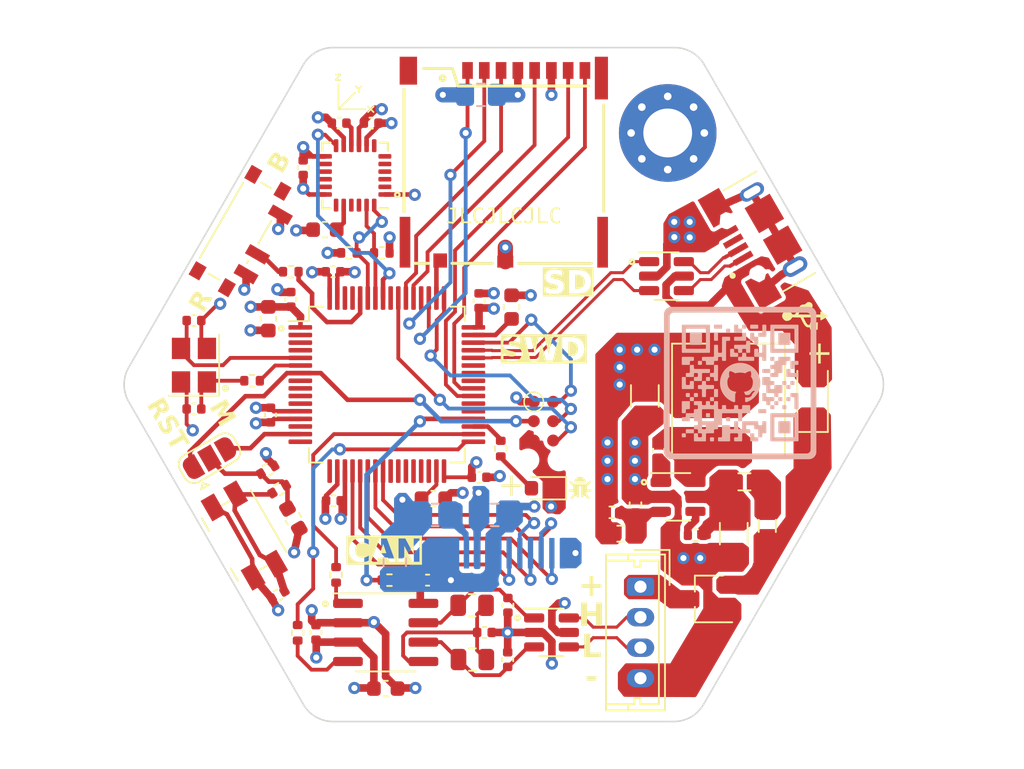
<source format=kicad_pcb>
(kicad_pcb (version 20221018) (generator pcbnew)
  (layers (0 "F.Cu" signal) (1 "In1.Cu" signal) (2 "In2.Cu" signal) (31 "B.Cu" signal) (34 "B.Paste" user) (35 "F.Paste" user) (36 "B.SilkS" user "B.Silkscreen") (37 "F.SilkS" user "F.Silkscreen") (38 "B.Mask" user) (39 "F.Mask" user) (44 "Edge.Cuts" user))
  (net 0 "")
  (net 1 "+3V3")
  (net 2 "GND")
  (net 3 "/MCU/HSE_IN")
  (net 4 "/MCU/XTAL_IN")
  (net 5 "/MCU/VCAP_1")
  (net 6 "/MCU/VCAP_2")
  (net 7 "/Sensors/CAN+")
  (net 8 "/Sensors/CAN-")
  (net 9 "/PMU/BUCK_IN")
  (net 10 "VBUS")
  (net 11 "+12V")
  (net 12 "TFT_DC")
  (net 13 "TFT_CS")
  (net 14 "TFT_SCK")
  (net 15 "TFT_MOSI")
  (net 16 "TFT_RST")
  (net 17 "/Connectors/D-")
  (net 18 "/Connectors/D+")
  (net 20 "unconnected-(J1-Shield-Pad6)")
  (net 21 "SWDIO")
  (net 22 "NRST")
  (net 23 "SWCLK")
  (net 24 "SWO")
  (net 25 "/MCU/HSE_OUT")
  (net 26 "IMU_SDA")
  (net 27 "IMU_SCL")
  (net 28 "CAN_TX")
  (net 29 "Net-(U3-D)")
  (net 30 "/MCU/BOOT0")
  (net 31 "IMU_INT")
  (net 32 "BTN")
  (net 33 "CAN_RX")
  (net 34 "USB_D-")
  (net 35 "USB_D+")
  (net 36 "CAN_CONN-")
  (net 37 "CAN_CONN+")
  (net 38 "/PMU/BUCK_OUT")
  (net 39 "/PMU/BUCK_FB")
  (net 40 "/PMU/BUCK_EN")
  (net 41 "/PMU/BUCK_BST")
  (net 42 "Net-(U3-R)")
  (net 43 "/Sensors/VREF")
  (net 44 "Net-(JP1-C)")
  (net 45 "Net-(U5-REGOUT)")
  (net 46 "Net-(U5-CPOUT)")
  (net 80 "/Sensors/CAN_RS")
  (net 82 "/PMU/POST_POL")
  (net 83 "/PMU/POST_FUSE")
  (net 84 "/MCU/DEBUG_LED")
  (net 86 "/Connectors/TFT_LEDA")
  (net 87 "SD_DAT2")
  (net 88 "SD_DAT3")
  (net 89 "SD_CMD")
  (net 90 "SD_CLK")
  (net 91 "SD_DAT0")
  (net 92 "SD_DAT1")
  (net 93 "SD_DET")
  (net 95 "Net-(C9-Pad1)")
  (net 96 "Net-(D1-A)")
  (net 97 "Net-(SW2-B)")
  (net 98 "CAN_SC")
  (footprint "Connector_USB:USB_Micro-B_XKB_U254-051T-4BH83-F1S" (layer "F.Cu") (at 139.27025 73.83177 120)
    (fp_text reference "J1" hide)
    (fp_text value "USB_B_Micro")
  )
  (footprint "Capacitor_SMD:C_0402_1005Metric" (layer "F.Cu") (at 113.22 66.675 180)
    (fp_text reference "C19" hide)
    (fp_text value "10n")
  )
  (footprint "Capacitor_SMD:C_0402_1005Metric" (layer "F.Cu") (at 122.189 98.298 -90)
    (fp_text reference "C21" hide)
    (fp_text value "100n")
  )
  (footprint "Resistor_SMD:R_0402_1005Metric" (layer "F.Cu") (at 108.4 100.1 -90)
    (fp_text reference "R14" hide)
    (fp_text value "47R")
  )
  (footprint "MountingHole:MountingHole_3.2mm_M3_Pad_Via" (layer "F.Cu") (at 132.67 67.32)
    (fp_text reference "H2" hide)
    (fp_text value "MountingHole")
  )
  (footprint "Resistor_SMD:R_0402_1005Metric" (layer "F.Cu") (at 106.426 89.408 -150)
    (fp_text reference "R1" hide)
    (fp_text value "10k")
  )
  (footprint "Jumper:SolderJumper-3_P1.3mm_Open_RoundedPad1.0x1.5mm" (layer "F.Cu") (at 102.616 88.646 30)
    (fp_text reference "JP1" hide)
    (fp_text value "Jumper_3_Bridged12" hide)
  )
  (footprint "Resistor_SMD:R_0402_1005Metric" (layer "F.Cu") (at 105.41 83.57)
    (fp_text reference "R4" hide)
    (fp_text value "47R")
  )
  (footprint "Connector_Molex:Molex_Micro-Latch_53253-0470_1x04_P2.00mm_Vertical" (layer "F.Cu") (at 130.881 97.076 -90)
    (fp_text reference "J4" hide)
    (fp_text value "Conn_01x04_Pin" hide)
  )
  (footprint "Resistor_SMD:R_0402_1005Metric" (layer "F.Cu") (at 114.42 96.647)
    (fp_text reference "R16" hide)
    (fp_text value "100k")
  )
  (footprint "Resistor_SMD:R_0402_1005Metric" (layer "F.Cu") (at 121.72 88.02 90)
    (fp_text reference "R5" hide)
    (fp_text value "1k5")
  )
  (footprint "Capacitor_SMD:C_0402_1005Metric" (layer "F.Cu") (at 132.08 88.138 90)
    (fp_text reference "C14" hide)
    (fp_text value "22n")
  )
  (footprint "Capacitor_SMD:C_1206_3216Metric" (layer "F.Cu") (at 131.17 84.57 -90)
    (fp_text reference "C15" hide)
    (fp_text value "47u")
  )
  (footprint "Resistor_SMD:R_0402_1005Metric" (layer "F.Cu") (at 107.188 90.678 -150)
    (fp_text reference "R3" hide)
    (fp_text value "10R")
  )
  (footprint "Crystal:Crystal_SMD_3225-4Pin_3.2x2.5mm" (layer "F.Cu") (at 101.6 82.55 90)
    (fp_text reference "Y1" hide)
    (fp_text value "25MHz 12pF")
  )
  (footprint "LED_SMD:LED_0603_1608Metric" (layer "F.Cu") (at 124.52 90.62 180)
    (fp_text reference "D1" hide)
    (fp_text value "White")
  )
  (footprint "Resistor_SMD:R_0805_2012Metric" (layer "F.Cu") (at 119.841 98.298 180)
    (fp_text reference "R13" hide)
    (fp_text value "56R")
  )
  (footprint "Diode_SMD:D_SOD-123" (layer "F.Cu") (at 142.17 84.57 90)
    (fp_text reference "D2" hide)
    (fp_text value "B5819W")
  )
  (footprint "Inductor_SMD:L_0805_2012Metric" (layer "F.Cu") (at 139.2 93.091 90)
    (fp_text reference "F1" hide)
    (fp_text value "1A")
  )
  (footprint "Capacitor_SMD:C_0603_1608Metric" (layer "F.Cu") (at 106.4768 79.502 -90)
    (fp_text reference "C1" hide)
    (fp_text value "2u2")
  )
  (footprint "Symbol:Gyro_Logo" (layer "F.Cu") (at 112.141 64.77)
    (fp_text reference "G***" hide)
    (fp_text value "LOGO" hide)
  )
  (footprint "Capacitor_SMD:C_0402_1005Metric" (layer "F.Cu") (at 101.6 85.42 180)
    (fp_text reference "C11" hide)
    (fp_text value "12p")
  )
  (footprint "Symbol:USB_Logo_1mm" (layer "F.Cu") (at 141.67 79.32)
    (fp_text reference "G***" hide)
    (fp_text value "LOGO" hide)
  )
  (footprint "Capacitor_SMD:C_0402_1005Metric" (layer "F.Cu") (at 101.6 79.62)
    (fp_text reference "C10" hide)
    (fp_text value "12p")
  )
  (footprint "Capacitor_SMD:C_0402_1005Metric" (layer "F.Cu") (at 122.174 101.854 -90)
    (fp_text reference "C23" hide)
    (fp_text value "100n")
  )
  (footprint "Package_TO_SOT_SMD:SOT-23-6" (layer "F.Cu") (at 125.048 100.076)
    (fp_text reference "U4" hide)
    (fp_text value "USBLC6-2")
  )
  (footprint "Capacitor_SMD:C_0402_1005Metric" (layer "F.Cu") (at 120.3 89.9)
    (fp_text reference "C5" hide)
    (fp_text value "100n")
  )
  (footprint "Package_SO:SOIC-8_3.9x4.9mm_P1.27mm" (layer "F.Cu") (at 114.173 100.076)
    (fp_text reference "U3" hide)
    (fp_text value "SN65HVD230")
  )
  (footprint "Resistor_SMD:R_0402_1005Metric" (layer "F.Cu") (at 107.95 76.42)
    (fp_text reference "R2" hide)
    (fp_text value "10R")
  )
  (footprint "Package_TO_SOT_SMD:TSOT-23-6" (layer "F.Cu") (at 133.35 91.186)
    (fp_text reference "U2" hide)
    (fp_text value "TPMP2359D")
  )
  (footprint "Button_Switch_SMD:Panasonic_EVQPUL_EVQPUC" (layer "F.Cu") (at 104.902 93.722 120)
    (fp_text reference "SW1" hide)
    (fp_text value "SW_Omron_B3FS" hide)
  )
  (footprint "Capacitor_SMD:C_0603_1608Metric" (layer "F.Cu") (at 108.12 92.62 -60)
    (fp_text reference "C8" hide)
    (fp_text value "2u2")
  )
  (footprint "Capacitor_SMD:C_0603_1608Metric" (layer "F.Cu") (at 110.1852 73.66 180)
    (fp_text reference "C26" hide)
    (fp_text value "2u2")
  )
  (footprint "Capacitor_SMD:C_0402_1005Metric" (layer "F.Cu") (at 106.62 85.82 90)
    (fp_text reference "C7" hide)
    (fp_text value "100n")
  )
  (footprint "Capacitor_SMD:C_0402_1005Metric" (layer "F.Cu") (at 120.65 100.076)
    (fp_text reference "C22" hide)
    (fp_text value "100n")
  )
  (footprint "Capacitor_SMD:C_0402_1005Metric" (layer "F.Cu") (at 116.92 96.647)
    (fp_text reference "C24" hide)
    (fp_text value "100n")
  )
  (footprint "Connector:Tag-Connect_TC2030-IDC-NL_2x03_P1.27mm_Vertical" (layer "F.Cu") (at 124.52 86.22 -90)
    (fp_text reference "J2" hide)
    (fp_text value "Conn_ARM_SWD_TC2030-NL" hide)
  )
  (footprint "Button_Switch_SMD:SW_SPDT_PCM12" (layer "F.Cu") (at 104.902 73.914 -120)
    (fp_text reference "SW2" hide)
    (fp_text value "SW_SPDT")
  )
  (footprint "Capacitor_SMD:C_0402_1005Metric" (layer "F.Cu") (at 109.601 100.076 90)
    (fp_text reference "C18" hide)
    (fp_text value "100n")
  )
  (footprint "Capacitor_SMD:C_0402_1005Metric" (layer "F.Cu") (at 120.296 78.32 90)
    (fp_text reference "C6" hide)
    (fp_text value "100n")
  )
  (footprint "Capacitor_SMD:C_0402_1005Metric" (layer "F.Cu") (at 107.12 97.62 -150)
    (fp_text reference "C9" hide)
    (fp_text value "100n")
  )
  (footprint "Sensor_Motion:InvenSense_QFN-24_4x4mm_P0.5mm" (layer "F.Cu") (at 112.17 70.104 180)
    (fp_text reference "U5" hide)
    (fp_text value "MPU-6050")
  )
  (footprint "Package_QFP:LQFP-64_10x10mm_P0.5mm" (layer "F.Cu") (at 114.2492 83.82)
    (fp_text reference "U1" hide)
    (fp_text value "STM32F405RGT6")
  )
  (footprint "SamacSys_Parts:503398-1892" (layer "F.Cu") (at 115.37 61.82)
    (fp_text reference "J3" hide)
    (fp_text value "Micro_SD_Card" hide)
  )
  (footprint "Capacitor_SMD:C_1206_3216Metric" (layer "F.Cu") (at 137 93.599 -90)
    (fp_text reference "C16" hide)
    (fp_text value "47u")
  )
  (footprint "Resistor_SMD:R_0402_1005Metric" (layer "F.Cu") (at 111.76 75.184 180)
    (fp_text reference "R7" hide)
    (fp_text value "1k5")
  )
  (footprint "Resistor_SMD:R_0402_1005Metric" (layer "F.Cu") (at 113.919 75.184)
    (fp_text reference "R6" hide)
    (fp_text value "1k5")
  )
  (footprint "Capacitor_SMD:C_0603_1608Metric" (layer "F.Cu") (at 114.173 103.759)
    (fp_text reference "C17" hide)
    (fp_text value "2u2")
  )
  (footprint "Resistor_SMD:R_0402_1005Metric" (layer "F.Cu") (at 110.92 96.3 -90)
    (fp_text reference "R12" hide)
    (fp_text value "47R")
  )
  (footprint "Inductor_SMD:L_7.3x7.3_H4.5" (layer "F.Cu") (at 136.652 84.836 90)
    (fp_text reference "L1" hide)
    (fp_text value "4u7")
  )
  (footprint "Capacitor_SMD:C_0402_1005Metric" (layer "F.Cu") (at 111.12 66.675 180)
    (fp_text reference "C25" hide)
    (fp_text value "100n")
  )
  (footprint "Package_TO_SOT_SMD:TSOT-23" (layer "F.Cu") (at 135.4 97.9 180)
    (fp_text reference "Q1" hide)
    (fp_text value "Q_PMOS_GSD")
  )
  (footprint "Capacitor_SMD:C_0402_1005Metric" (layer "F.Cu") (at 110.72 76.42)
    (fp_text reference "C3" hide)
    (fp_text value "100n")
  )
  (footprint "Capacitor_SMD:C_0603_1608Metric" (layer "F.Cu") (at 122.428 78.74 90)
    (fp_text reference "C13" hide)
    (fp_text value "2u2")
  )
  (footprint "Resistor_SMD:R_0402_1005Metric" (layer "F.Cu") (at 130.556 91.694 90)
    (fp_text reference "R11" hide)
    (fp_text value "10k")
  )
  (footprint "Package_TO_SOT_SMD:SOT-23-6" (layer "F.Cu") (at 132.588 76.708)
    (fp_text reference "U6" hide)
    (fp_text value "USBLC6-4")
  )
  (footprint "Resistor_SMD:R_0402_1005Metric" (layer "F.Cu") (at 134.5 93.7 180)
    (fp_text reference "R10" hide)
    (fp_text value "100k")
  )
  (footprint "Capacitor_SMD:C_0402_1005Metric" (layer "F.Cu") (at 107.95 78.232 90)
    (fp_text reference "C2" hide)
    (fp_text value "100n")
  )
  (footprint "Capacitor_SMD:C_0603_1608Metric" (layer "F.Cu") (at 117.3 91.3)
    (fp_text reference "C12" hide)
    (fp_text value "2u2")
  )
  (footprint "Resistor_SMD:R_0603_1608Metric" (layer "F.Cu") (at 129.6 93.6)
    (fp_text reference "R9" hide)
    (fp_text value "560k")
  )
  (footprint "Capacitor_SMD:C_0402_1005Metric" (layer "F.Cu") (at 108.7628 69.596 -90)
    (fp_text reference "C20" hide)
    (fp_text value "100n")
  )
  (footprint "Capacitor_SMD:C_0402_1005Metric" (layer "F.Cu") (at 110.744 91.44 180)
    (fp_text reference "C4" hide)
    (fp_text value "100n")
  )
  (footprint "Symbol:Bug_Logo" (layer "F.Cu") (at 126.92 90.62)
    (fp_text reference "G***" hide)
    (fp_text value "LOGO" hide)
  )
  (footprint "Inductor_SMD:L_0805_2012Metric" (layer "F.Cu") (at 137.7 90.2 180)
    (fp_text reference "FB1" hide)
    (fp_text value "100 @ 100MHz")
  )
  (footprint "Resistor_SMD:R_0805_2012Metric" (layer "F.Cu") (at 119.861 101.854)
    (fp_text reference "R15" hide)
    (fp_text value "56R")
  )
  (footprint "Resistor_SMD:R_0402_1005Metric" (layer "F.Cu") (at 129 92.2)
    (fp_text reference "R8" hide)
    (fp_text value "33k")
  )
  (footprint "Capacitor_SMD:C_0805_2012Metric_Pad1.18x1.45mm_HandSolder" (layer "B.Cu") (at 120.42 64.82 180)
    (fp_text reference "C27" hide)
    (fp_text value "100n")
  )
  (footprint "Capacitor_SMD:C_0805_2012Metric_Pad1.18x1.45mm_HandSolder" (layer "B.Cu") (at 121.32 92.37)
    (fp_text reference "C28" hide)
    (fp_text value "100n")
  )
  (footprint "Symbol:GitHubQR_Logo" (layer "B.Cu") (at 137.42 83.82 180)
    (fp_text reference "G***" hide)
    (fp_text value "LOGO" hide)
  )
  (footprint "Resistor_SMD:R_0805_2012Metric_Pad1.20x1.40mm_HandSolder" (layer "B.Cu") (at 117.42 92.37)
    (fp_text reference "R17" hide)
    (fp_text value "10R")
  )
  (footprint "Display:ER_TFT128-1" (layer "B.Cu") (at 121.92 83.82 180)
    (fp_text reference "H1" hide)
    (fp_text value "ER_TFT128-1")
  )
  (footprint "Capacitor_SMD:C_0805_2012Metric_Pad1.18x1.45mm_HandSolder" (layer "B.Cu") (at 114.77 95.47 -90)
    (fp_text reference "C29" hide)
    (fp_text value "2u2")
  )
  (gr_circle (center 103.67 84.07) (end 103.72 84.12) (stroke (width 0.15)) (fill none) (layer "F.SilkS"))
  (gr_circle (center 130.32 75.77) (end 130.37 75.82) (stroke (width 0.15)) (fill none) (layer "F.SilkS"))
  (gr_circle (center 107.32 80.14071) (end 107.37 80.19071) (stroke (width 0.15)) (fill none) (layer "F.SilkS"))
  (gr_circle (center 131.12 90.22) (end 131.17 90.27) (stroke (width 0.15)) (fill none) (layer "F.SilkS"))
  (gr_circle (center 122.82 99.12) (end 122.87 99.17) (stroke (width 0.15)) (fill none) (layer "F.SilkS"))
  (gr_circle (center 110.22 98.19929) (end 110.27 98.24929) (stroke (width 0.15)) (fill none) (layer "F.SilkS"))
  (gr_circle (center 114.935 71.374) (end 114.985 71.424) (stroke (width 0.15)) (fill none) (layer "F.SilkS"))
  (gr_arc (start 146.51875 82.695) (mid 146.82 83.82) (end 146.51875 84.945) (stroke (width 0.1)) (layer "Edge.Cuts"))
  (gr_arc (start 135.020539 104.79156) (mid 134.196719 105.617564) (end 133.07 105.92) (stroke (width 0.1)) (layer "Edge.Cuts"))
  (gr_line (start 133.12 61.72) (end 110.72 61.72) (stroke (width 0.1)) (layer "Edge.Cuts"))
  (gr_arc (start 133.12 61.72) (mid 134.235981 62.016263) (end 135.058073 62.827034) (stroke (width 0.1)) (layer "Edge.Cuts"))
  (gr_arc (start 97.320001 84.945) (mid 97.018751 83.82) (end 97.320001 82.695) (stroke (width 0.1)) (layer "Edge.Cuts"))
  (gr_line (start 97.320001 82.695) (end 108.760298 62.864527) (stroke (width 0.1)) (layer "Edge.Cuts"))
  (gr_arc (start 110.72 105.92) (mid 109.585278 105.612912) (end 108.760298 104.775473) (stroke (width 0.1)) (layer "Edge.Cuts"))
  (gr_line (start 110.72 105.92) (end 133.07 105.92) (stroke (width 0.1)) (layer "Edge.Cuts"))
  (gr_line (start 146.51875 82.695) (end 135.058073 62.827034) (stroke (width 0.1)) (layer "Edge.Cuts"))
  (gr_line (start 97.320001 84.945) (end 108.760298 104.775473) (stroke (width 0.1)) (layer "Edge.Cuts"))
  (gr_arc (start 108.760298 62.864527) (mid 109.585278 62.027088) (end 110.72 61.72) (stroke (width 0.1)) (layer "Edge.Cuts"))
  (gr_line (start 146.51875 84.945) (end 135.020539 104.79156) (stroke (width 0.1)) (layer "Edge.Cuts"))
  (gr_text "+" (at 127.67 97.07) (layer "F.SilkS") (effects (font (size 1.5 1.5) (thickness 0.2) bold)))
  (gr_text "M" (at 103.42 85.72 300) (layer "F.SilkS") (effects (font (size 1.2 1.2) (thickness 0.2) bold)))
  (gr_text "SD" (at 126.12 77.22) (layer "F.SilkS" knockout) (effects (font (size 1.5 1.5) (thickness 0.14) bold)))
  (gr_text "L" (at 127.67 101.07) (layer "F.SilkS") (effects (font (size 1.5 1.5) (thickness 0.3) bold)))
  (gr_text "-" (at 127.67 103.07) (layer "F.SilkS") (effects (font (size 1.5 1.5) (thickness 0.3) bold)))
  (gr_text "CAN" (at 114.12 94.82) (layer "F.SilkS" knockout) (effects (font (size 1.5 1.5) (thickness 0.14) bold)))
  (gr_text "SWD" (at 124.52 81.62) (layer "F.SilkS" knockout) (effects (font (size 1.5 1.5) (thickness 0.2) bold)))
  (gr_text "+" (at 142.62 81.82) (layer "F.SilkS") (effects (font (size 1.5 1.5))))
  (gr_text "RST" (at 100.72 88.02 300) (layer "F.SilkS") (effects (font (size 1.2 1.2) (thickness 0.2) bold) (justify right)))
  (gr_text "B" (at 106.92 69.82 60) (layer "F.SilkS") (effects (font (size 1.2 1.2) (thickness 0.2) bold) (justify left)))
  (gr_text "R" (at 102.42 77.82 60) (layer "F.SilkS") (effects (font (size 1.2 1.2) (thickness 0.2) bold) (justify right)))
  (gr_text "JLCJLCJLC" (at 121.92 72.82) (layer "F.SilkS") (effects (font (size 1 1))))
  (gr_text "+" (at 122.42 90.42 180) (layer "F.SilkS") (effects (font (size 1.5 1.5))))
  (gr_text "H" (at 127.67 99.02) (layer "F.SilkS") (effects (font (size 1.5 1.5) (thickness 0.3) bold)))
  (segment (start 120.296 78.8) (end 120.296 79.9011) (width 0.5) (layer "F.Cu") (net 1))
  (segment (start 122.84 63.22) (end 122.84 64.82) (width 0.5) (layer "F.Cu") (net 1))
  (segment (start 109.367 68.854) (end 108.762801 68.249801) (width 0.3) (layer "F.Cu") (net 1))
  (segment (start 111.4992 92.340796) (end 111.22 92.619996) (width 0.3) (layer "F.Cu") (net 1))
  (segment (start 121.222568 78.8) (end 120.296 78.8) (width 0.5) (layer "F.Cu") (net 1))
  (segment (start 110.363014 75.184) (end 110.363009 75.183995) (width 0.5) (layer "F.Cu") (net 1))
  (segment (start 107.265416 73.474584) (end 107.12 73.62) (width 0.5) (layer "F.Cu") (net 1))
  (segment (start 120.12 88.92) (end 119.82 89.22) (width 0.5) (layer "F.Cu") (net 1))
  (segment (start 111.224 92.615996) (end 111.22 92.619996) (width 0.3) (layer "F.Cu") (net 1))
  (segment (start 125.073 98.597236) (end 125.516801 98.153435) (width 0.5) (layer "F.Cu") (net 1))
  (segment (start 110.22 68.854) (end 109.367 68.854) (width 0.3) (layer "F.Cu") (net 1))
  (segment (start 113.398 103.759) (end 113.398 101.714) (width 0.5) (layer "F.Cu") (net 1))
  (segment (start 108.7628 69.116) (end 108.7628 68.249802) (width 0.5) (layer "F.Cu") (net 1))
  (segment (start 121.264168 78.8416) (end 121.222568 78.8) (width 0.5) (layer "F.Cu") (net 1))
  (segment (start 110.4992 78.145) (end 110.4992 76.6792) (width 0.3) (layer "F.Cu") (net 1))
  (segment (start 108.585 79.502) (end 108.585 79.347) (width 0.5) (layer "F.Cu") (net 1))
  (segment (start 120.1271 80.07) (end 119.9242 80.07) (width 0.3) (layer "F.Cu") (net 1))
  (segment (start 105.724 86.3) (end 105.664 86.36) (width 0.5) (layer "F.Cu") (net 1))
  (segment (start 119.52 89.9) (end 118.094 89.9) (width 0.25) (layer "F.Cu") (net 1))
  (segment (start 106.85 86.07) (end 106.62 86.3) (width 0.3) (layer "F.Cu") (net 1))
  (segment (start 111.4992 89.495) (end 111.4992 92.340796) (width 0.3) (layer "F.Cu") (net 1))
  (segment (start 113.398 101.714) (end 112.395 100.711) (width 0.5) (layer "F.Cu") (net 1))
  (segment (start 108.7628 68.249802) (end 108.762801 68.249801) (width 0.5) (layer "F.Cu") (net 1))
  (segment (start 118.094 89.9) (end 117.9992 89.8052) (width 0.25) (layer "F.Cu") (net 1))
  (segment (start 107.935 78.727) (end 107.95 78.712) (width 0.5) (layer "F.Cu") (net 1))
  (segment (start 123.023951 84.95) (end 122.743951 84.67) (width 0.5) (layer "F.Cu") (net 1))
  (segment (start 125.073 99.68305) (end 125.073 98.597236) (width 0.5) (layer "F.Cu") (net 1))
  (segment (start 114.429 75.184) (end 114.429 74.169004) (width 0.5) (layer "F.Cu") (net 1))
  (segment (start 110.22 68.854) (end 109.0248 68.854) (width 0.3) (layer "F.Cu") (net 1))
  (segment (start 108.585 80.0592) (end 108.585 79.502) (width 0.3) (layer "F.Cu") (net 1))
  (segment (start 108.5742 80.07) (end 108.585 80.0592) (width 0.3) (layer "F.Cu") (net 1))
  (segment (start 119.82 89.22) (end 119.82 89.9) (width 0.5) (layer "F.Cu") (net 1))
  (segment (start 112.12 103.72) (end 113.359 103.72) (width 0.5) (layer "F.Cu") (net 1))
  (segment (start 126.1855 100.076) (end 125.46595 100.076) (width 0.5) (layer "F.Cu") (net 1))
  (segment (start 107.265416 72.680443) (end 107.265416 73.474584) (width 0.5) (layer "F.Cu") (net 1))
  (segment (start 108.585 79.347) (end 107.95 78.712) (width 0.5) (layer "F.Cu") (net 1))
  (segment (start 125.516801 98.153435) (end 125.911247 98.153435) (width 0.5) (layer "F.Cu") (net 1))
  (segment (start 111.698 100.711) (end 109.756 100.711) (width 0.5) (layer "F.Cu") (net 1))
  (segment (start 109.347 76.454) (end 109.381 76.42) (width 0.5) (layer "F.Cu") (net 1))
  (segment (start 106.32 88.605327) (end 106.867673 89.153) (width 0.5) (layer "F.Cu") (net 1))
  (segment (start 114.429 74.169004) (end 114.43 74.168004) (width 0.5) (layer "F.Cu") (net 1))
  (segment (start 112.395 100.711) (end 111.698 100.711) (width 0.5) (layer "F.Cu") (net 1))
  (segment (start 113.7 66.675) (end 113.7 66.847959) (width 0.3) (layer "F.Cu") (net 1))
  (segment (start 109.0248 68.854) (end 108.7628 69.116) (width 0.3) (layer "F.Cu") (net 1))
  (segment (start 110.4992 76.6792) (end 110.24 76.42) (width 0.3) (layer "F.Cu") (net 1))
  (segment (start 106.32 88.32) (end 106.32 88.605327) (width 0.5) (layer "F.Cu") (net 1))
  (segment (start 108.5742 86.07) (end 106.85 86.07) (width 0.3) (layer "F.Cu") (net 1))
  (segment (start 114.554 66.675) (end 113.7 66.675) (width 0.5) (layer "F.Cu") (net 1))
  (segment (start 117.9992 89.8052) (end 117.9992 89.495) (width 0.25) (layer "F.Cu") (net 1))
  (segment (start 111.25 75.184) (end 110.363014 75.184) (width 0.5) (layer "F.Cu") (net 1))
  (segment (start 106.4768 78.727) (end 107.935 78.727) (width 0.5) (layer "F.Cu") (net 1))
  (segment (start 113.359 103.72) (end 113.398 103.759) (width 0.5) (layer "F.Cu") (net 1))
  (segment (start 123.885 84.95) (end 123.023951 84.95) (width 0.5) (layer "F.Cu") (net 1))
  (segment (start 112.92 67.627959) (end 112.92 68.154) (width 0.3) (layer "F.Cu") (net 1))
  (segment (start 111.224 91.44) (end 111.224 92.615996) (width 0.3) (layer "F.Cu") (net 1))
  (segment (start 109.62 101.72) (end 109.62 100.575) (width 0.5) (layer "F.Cu") (net 1))
  (segment (start 120.296 79.9011) (end 120.1271 80.07) (width 0.3) (layer "F.Cu") (net 1))
  (segment (start 125.46595 100.076) (end 125.073 99.68305) (width 0.5) (layer "F.Cu") (net 1))
  (segment (start 109.756 100.711) (end 109.601 100.556) (width 0.5) (layer "F.Cu") (net 1))
  (segment (start 109.62 100.575) (end 109.601 100.556) (width 0.5) (layer "F.Cu") (net 1))
  (segment (start 109.381 76.42) (end 110.24 76.42) (width 0.5) (layer "F.Cu") (net 1))
  (segment (start 106.62 86.3) (end 105.724 86.3) (width 0.5) (layer "F.Cu") (net 1))
  (segment (start 113.7 66.847959) (end 112.92 67.627959) (width 0.3) (layer "F.Cu") (net 1))
  (segment (start 105.327 78.727) (end 105.32 78.72) (width 0.5) (layer "F.Cu") (net 1))
  (segment (start 106.4768 78.727) (end 105.327 78.727) (width 0.5) (layer "F.Cu") (net 1))
  (via (at 128.72 87.62) (size 0.8) (drill 0.4) (layers "F.Cu" "B.Cu") (net 1))
  (via (at 125.911247 98.153435) (size 0.8) (drill 0.4) (layers "F.Cu" "B.Cu") (net 1))
  (via (at 129.52 81.534) (size 0.8) (drill 0.4) (layers "F.Cu" "B.Cu") (net 1))
  (via (at 112.12 103.72) (size 0.8) (drill 0.4) (layers "F.Cu" "B.Cu") (net 1))
  (via (at 114.43 74.168004) (size 0.8) (drill 0.4) (layers "F.Cu" "B.Cu") (net 1))
  (via (at 128.72 88.82) (size 0.8) (drill 0.4) (layers "F.Cu" "B.Cu") (net 1))
  (via (at 122.743951 84.67) (size 0.8) (drill 0.4) (layers "F.Cu" "B.Cu") (net 1))
  (via (at 109.347 76.454) (size 0.8) (drill 0.4) (layers "F.Cu" "B.Cu") (net 1))
  (via (at 128.72 90.02) (size 0.8) (drill 0.4) (layers "F.Cu" "B.Cu") (net 1))
  (via (at 120.27 90.92) (size 0.8) (drill 0.4) (layers "F.Cu" "B.Cu") (net 1))
  (via (at 106.32 88.32) (size 0.8) (drill 0.4) (layers "F.Cu" "B.Cu") (net 1))
  (via (at 130.663 81.534) (size 0.8) (drill 0.4) (layers "F.Cu" "B.Cu") (net 1))
  (via (at 107.12 73.62) (size 0.8) (drill 0.4) (layers "F.Cu" "B.Cu") (net 1))
  (via (at 131.806 81.534) (size 0.8) (drill 0.4) (layers "F.Cu" "B.Cu") (net 1))
  (via (at 105.32 78.72) (size 0.8) (drill 0.4) (layers "F.Cu" "B.Cu") (net 1))
  (via (at 110.363009 75.183995) (size 0.8) (drill 0.4) (layers "F.Cu" "B.Cu") (net 1))
  (via (at 108.762801 68.249801) (size 0.8) (drill 0.4) (layers "F.Cu" "B.Cu") (net 1))
  (via (at 115.27 91.37) (size 0.8) (drill 0.4) (layers "F.Cu" "B.Cu") (net 1))
  (via (at 114.554 66.675) (size 0.8) (drill 0.4) (layers "F.Cu" "B.Cu") (net 1))
  (via (at 109.62 101.72) (size 0.8) (drill 0.4) (layers "F.Cu" "B.Cu") (net 1))
  (via (at 129.52 82.677) (size 0.8) (drill 0.4) (layers "F.Cu" "B.Cu") (net 1))
  (via (at 121.264168 78.8416) (size 0.8) (drill 0.4) (layers "F.Cu" "B.Cu") (net 1))
  (via (at 122.84 64.82) (size 0.8) (drill 0.4) (layers "F.Cu" "B.Cu") (net 1))
  (via (at 129.52 83.82) (size 0.8) (drill 0.4) (layers "F.Cu" "B.Cu") (net 1))
  (via (at 105.664 86.36) (size 0.8) (drill 0.4) (layers "F.Cu" "B.Cu") (net 1))
  (via (at 120.12 88.92) (size 0.8) (drill 0.4) (layers "F.Cu" "B.Cu") (net 1))
  (via (at 111.22 92.619996) (size 0.8) (drill 0.4) (layers "F.Cu" "B.Cu") (net 1))
  (segment (start 121.4575 64.82) (end 122.84 64.82) (width 1) (layer "B.Cu") (net 1))
  (segment (start 125.072977 100.672977) (end 125.072977 102.120012) (width 0.5) (layer "F.Cu") (net 2))
  (segment (start 121.13 100.076) (end 122.174 100.076) (width 0.5) (layer "F.Cu") (net 2))
  (segment (start 101.52 86.82) (end 101.12 86.42) (width 0.25) (layer "F.Cu") (net 2))
  (segment (start 117.4 96.647) (end 117.403 96.65) (width 0.5) (layer "F.Cu") (net 2))
  (segment (start 108.7628 70.076) (end 108.7628 70.9676) (width 0.5) (layer "F.Cu") (net 2))
  (segment (start 102.45 81.45) (end 102.08 81.08) (width 0.25) (layer "F.Cu") (net 2))
  (segment (start 123.9105 100.076) (end 124.476 100.076) (width 0.5) (layer "F.Cu") (net 2))
  (segment (start 122.174 100.076) (end 122.174 98.793) (width 0.5) (layer "F.Cu") (net 2))
  (segment (start 102.853378 91.873683) (end 103.759 92.329) (width 0.3) (layer "F.Cu") (net 2))
  (segment (start 110.22 92.62) (end 110.22 91.484) (width 0.5) (layer "F.Cu") (net 2))
  (segment (start 132.613 74.637) (end 133.1 74.15) (width 0.5) (layer "F.Cu") (net 2))
  (segment (start 118.075 91.3) (end 118.455 90.92) (width 0.5) (layer "F.Cu") (net 2))
  (segment (start 110.22 71.354) (end 109.1492 71.354) (width 0.3) (layer "F.Cu") (net 2))
  (segment (start 106.4638 80.264) (end 106.4768 80.277) (width 0.5) (layer "F.Cu") (net 2))
  (segment (start 122.02 75.755) (end 122.015 75.76) (width 1) (layer "F.Cu") (net 2))
  (segment (start 110.264 91.106241) (end 110.264 91.44) (width 0.3) (layer "F.Cu") (net 2))
  (segment (start 112.42 66.995) (end 112.42 68.154) (width 0.3) (layer "F.Cu") (net 2))
  (segment (start 116.058 71.354) (end 116.078 71.374) (width 0.3) (layer "F.Cu") (net 2))
  (segment (start 110.9992 76.6208) (end 111.2 76.42) (width 0.3) (layer "F.Cu") (net 2))
  (segment (start 101.12 86.42) (end 101.12 85.42) (width 0.25) (layer "F.Cu") (net 2))
  (segment (start 109.3594 73.7108) (end 108.305604 73.7108) (width 0.5) (layer "F.Cu") (net 2))
  (segment (start 120.78 89.9) (end 121.507085 89.9) (width 0.5) (layer "F.Cu") (net 2))
  (segment (start 102.08 81.08) (end 102.08 79.62) (width 0.25) (layer "F.Cu") (net 2))
  (segment (start 106.85 85.57) (end 108.5742 85.57) (width 0.3) (layer "F.Cu") (net 2))
  (segment (start 131.4505 76.708) (end 132.011528 76.708) (width 0.5) (layer "F.Cu") (net 2))
  (segment (start 113.470014 65.7606) (end 113.919 65.7606) (width 0.5) (layer "F.Cu") (net 2))
  (segment (start 106.62 85.34) (end 105.667994 85.34) (width 0.5) (layer "F.Cu") (net 2))
  (segment (start 121.573485 89.9) (end 121.652927 89.820558) (width 0.5) (layer "F.Cu") (net 2))
  (segment (start 107.932 77.77) (end 107.27 77.77) (width 0.5) (layer "F.Cu") (net 2))
  (segment (start 109.319992 99.314992) (end 109.319992 98.62) (width 0.5) (layer "F.Cu") (net 2))
  (segment (start 132.613 76.106528) (end 132.613 74.637) (width 0.5) (layer "F.Cu") (net 2))
  (segment (start 123.9105 100.076) (end 122.174 100.076) (width 0.5) (layer "F.Cu") (net 2))
  (segment (start 125.04 63.22) (end 125.04 64.815006) (width 0.5) (layer "F.Cu") (net 2))
  (segment (start 132.011528 76.708) (end 132.613 76.106528) (width 0.5) (layer "F.Cu") (net 2))
  (segment (start 102.08 79.62) (end 103.18 78.52) (width 0.25) (layer "F.Cu") (net 2))
  (segment (start 118.455 90.92) (end 119.22 90.92) (width 0.5) (layer "F.Cu") (net 2))
  (segment (start 105.3084 80.264) (end 106.4638 80.264) (width 0.5) (layer "F.Cu") (net 2))
  (segment (start 110.22 91.484) (end 110.264 91.44) (width 0.5) (layer "F.Cu") (net 2))
  (segment (start 107.95 77.752) (end 107.932 77.77) (width 0.5) (layer "F.Cu") (net 2))
  (segment (start 105.41 95.25) (end 105.478378 96.420317) (width 0.3) (layer "F.Cu") (net 2))
  (segment (start 122.174 101.374) (end 122.174 100.076) (width 0.5) (layer "F.Cu") (net 2))
  (segment (start 109.4102 73.66) (end 109.3594 73.7108) (width 0.5) (layer "F.Cu") (net 2))
  (segment (start 112.141 76.454) (end 112.107 76.42) (width 0.5) (layer "F.Cu") (net 2))
  (segment (start 107.27 77.77) (end 107.07 77.57) (width 0.5) (layer "F.Cu") (net 2))
  (segment (start 112.74 66.675) (end 112.42 66.995) (width 0.3) (layer "F.Cu") (net 2))
  (segment (start 101.12 85.42) (end 101.12 84.02) (width 0.25) (layer "F.Cu") (net 2))
  (segment (start 114.17 102.981) (end 114.948 103.759) (width 0.5) (layer "F.Cu") (net 2))
  (segment (start 101.12 84.02) (end 100.75 83.65) (width 0.25) (layer "F.Cu") (net 2))
  (segment (start 114.987 103.72) (end 114.948 103.759) (width 0.5) (layer "F.Cu") (net 2))
  (segment (start 106.62 85.34) (end 106.85 85.57) (width 0.3) (layer "F.Cu") (net 2))
  (segment (start 105.015416 76.577557) (end 105.015416 77.483584) (width 0.5) (layer "F.Cu") (net 2))
  (segment (start 103.18 78.52) (end 103.32 78.52) (width 0.25) (layer "F.Cu") (net 2))
  (segment (start 112.74 66.490614) (end 113.470014 65.7606) (width 0.5) (layer "F.Cu") (net 2))
  (segment (start 110.64 66.675) (end 110.259 66.294) (width 0.5) (layer "F.Cu") (net 2))
  (segment (start 105.667994 85.34) (end 105.664 85.343994) (width 0.5) (layer "F.Cu") (net 2))
  (segment (start 114.17 100.17) (end 114.17 102.981) (width 0.5) (layer "F.Cu") (net 2))
  (segment (start 110.9992 89.495) (end 110.9992 90.371041) (width 0.3) (layer "F.Cu") (net 2))
  (segment (start 125.04 64.815006) (end 125.044994 64.82) (width 0.5) (layer "F.Cu") (net 2))
  (segment (start 121.2452 77.84) (end 120.296 77.84) (width 0.5) (layer "F.Cu") (net 2))
  (segment (start 121.2596 77.8256) (end 121.2452 77.84) (width 0.5) (layer "F.Cu") (net 2))
  (segment (start 110.64 66.847959) (end 111.42 67.627959) (width 0.3) (layer "F.Cu") (net 2))
  (segment (start 111.698 99.441) (end 109.756 99.441) (width 0.5) (layer "F.Cu") (net 2))
  (segment (start 122.02 74.82) (end 122.02 75.755) (width 1) (layer "F.Cu") (net 2))
  (segment (start 103.759 92.329) (end 105.41 95.25) (width 0.3) (layer "F.Cu") (net 2))
  (segment (start 124.476 100.076) (end 125.072977 100.672977) (width 0.5) (layer "F.Cu") (net 2))
  (segment (start 113.4 99.4) (end 114.17 100.17) (width 0.5) (layer "F.Cu") (net 2))
  (segment (start 110.9992 78.145) (end 110.9992 76.6208) (width 0.3) (layer "F.Cu") (net 2))
  (segment (start 105.478378 96.420317) (end 106.704308 97.86) (width 0.5) (layer "F.Cu") (net 2))
  (segment (start 122.174 98.793) (end 122.189 98.778) (width 0.5) (layer "F.Cu") (net 2))
  (segment (start 116.12 103.72) (end 114.987 103.72) (width 0.5) (layer "F.Cu") (net 2))
  (segment (start 105.015416 77.483584) (end 104.902 77.597) (width 0.5) (layer "F.Cu") (net 2))
  (segment (start 109.756 99.441) (end 109.601 99.596) (width 0.5) (layer "F.Cu") (net 2))
  (segment (start 108.5075 93.29117) (end 108.17 94.82) (width 0.5) (layer "F.Cu") (net 2))
  (segment (start 113.4 99.4) (end 113.359 99.441) (width 0.5) (layer "F.Cu") (net 2))
  (segment (start 109.1492 71.354) (end 108.7628 70.9676) (width 0.3) (layer "F.Cu") (net 2))
  (segment (start 111.42 67.627959) (end 111.42 68.154) (width 0.3) (layer "F.Cu") (net 2))
  (segment (start 106.704308 97.86) (end 107.12 98.62) (width 0.5) (layer "F.Cu") (net 2))
  (segment (start 112.74 66.675) (end 112.74 66.490614) (width 0.5) (layer "F.Cu") (net 2))
  (segment (start 109.601 99.596) (end 109.319992 99.314992) (width 0.5) (layer "F.Cu") (net 2))
  (segment (start 113.359 99.441) (end 111.698 99.441) (width 0.5) (layer "F.Cu") (net 2))
  (segment (start 117.403 96.65) (end 118.45001 96.65) (width 0.5) (layer "F.Cu") (net 2))
  (segment (start 122.428 77.965) (end 123.685016 77.965) (width 0.5) (layer "F.Cu") (net 2))
  (segment (start 112.107 76.42) (end 111.2 76.42) (width 0.5) (layer "F.Cu") (net 2))
  (segment (start 110.259 66.294) (end 109.728014 66.294) (width 0.5) (layer "F.Cu") (net 2))
  (segment (start 110.64 66.675) (end 110.64 66.847959) (width 0.3) (layer "F.Cu") (net 2))
  (segment (start 110.9992 90.371041) (end 110.264 91.106241) (width 0.3) (layer "F.Cu") (net 2))
  (segment (start 114.12 71.354) (end 116.058 71.354) (width 0.3) (layer "F.Cu") (net 2))
  (via (at 133.7 95.2) (size 0.8) (drill 0.4) (layers "F.Cu" "B.Cu") (net 2))
  (via (at 107.12 98.62) (size 0.8) (drill 0.4) (layers "F.Cu" "B.Cu") (net 2))
  (via (at 123.685016 77.965) (size 0.8) (drill 0.4) (layers "F.Cu" "B.Cu") (net 2))
  (via (at 116.078 71.374) (size 0.8) (drill 0.4) (layers "F.Cu" "B.Cu") (net 2))
  (via (at 123.92 91.82) (size 0.8) (drill 0.4) (layers "F.Cu" "B.Cu") (net 2))
  (via (at 113.919 65.7606) (size 0.8) (drill 0.4) (layers "F.Cu" "B.Cu") (net 2))
  (via (at 118.45001 96.65) (size 0.8) (drill 0.4) (layers "F.Cu" "B.Cu") (net 2))
  (via (at 133.1 74.15) (size 0.8) (drill 0.4) (layers "F.Cu" "B.Cu") (net 2))
  (via (at 133.096 73.152) (size 0.8) (drill 0.4) (layers "F.Cu" "B.Cu") (net 2))
  (via (at 122.02 74.82) (size 0.8) (drill 0.4) (layers "F.Cu" "B.Cu") (net 2))
  (via (at 130.52 90.02) (size 0.8) (drill 0.4) (layers "F.Cu" "B.Cu") (net 2))
  (via (at 125.072977 102.120012) (size 0.8) (drill 0.4) (layers "F.Cu" "B.Cu") (net 2))
  (via (at 134.112 74.168) (size 0.8) (drill 0.4) (layers "F.Cu" "B.Cu") (net 2))
  (via (at 104.902 77.597) (size 0.8) (drill 0.4) (layers "F.Cu" "B.Cu") (net 2))
  (via (at 134.8 95.2) (size 0.8) (drill 0.4) (layers "F.Cu" "B.Cu") (net 2))
  (via (at 122.174 100.076) (size 0.8) (drill 0.4) (layers "F.Cu" "B.Cu") (net 2))
  (via (at 109.319992 98.62) (size 0.8) (drill 0.4) (layers "F.Cu" "B.Cu") (net 2))
  (via (at 101.52 86.82) (size 0.8) (drill 0.4) (layers "F.Cu" "B.Cu") (net 2))
  (via (at 105.3084 80.264) (size 0.8) (drill 0.4) (layers "F.Cu" "B.Cu") (net 2))
  (via (at 125.02 91.82) (size 0.8) (drill 0.4) (layers "F.Cu" "B.Cu") (net 2))
  (via (at 125.044994 64.82) (size 0.8) (drill 0.4) (layers "F.Cu" "B.Cu") (net 2))
  (via (at 116.12 103.72) (size 0.8) (drill 0.4) (layers "F.Cu" "B.Cu") (net 2))
  (via (at 117.92 64.82) (size 0.8) (drill 0.4) (layers "F.Cu" "B.Cu") (net 2))
  (via (at 109.728014 66.294) (size 0.8) (drill 0.4) (layers "F.Cu" "B.Cu") (net 2))
  (via (at 126.62 94.87) (size 0.8) (drill 0.4) (layers "F.Cu" "B.Cu") (net 2))
  (via (at 113.4 99.4) (size 0.8) (drill 0.4) (layers "F.Cu" "B.Cu") (net 2))
  (via (at 108.305604 73.7108) (size 0.8) (drill 0.4) (layers "F.Cu" "B.Cu") (net 2))
  (via (at 107.07 77.57) (size 0.8) (drill 0.4) (layers "F.Cu" "B.Cu") (net 2))
  (via (at 108.7628 70.9676) (size 0.8) (drill 0.4) (layers "F.Cu" "B.Cu") (net 2))
  (via (at 103.32 78.52) (size 0.8) (drill 0.4) (layers "F.Cu" "B.Cu") (net 2))
  (via (at 105.664 85.343994) (size 0.8) (drill 0.4) (layers "F.Cu" "B.Cu") (net 2))
  (via (at 134.112 73.152) (size 0.8) (drill 0.4) (layers "F.Cu" "B.Cu") (net 2))
  (via (at 108.17 94.82) (size 0.8) (drill 0.4) (layers "F.Cu" "B.Cu") (net 2))
  (via (at 112.141 76.454) (size 0.8) (drill 0.4) (layers "F.Cu" "B.Cu") (net 2))
  (via (at 121.2596 77.8256) (size 0.8) (drill 0.4) (layers "F.Cu" "B.Cu") (net 2))
  (via (at 110.22 92.62) (size 0.8) (drill 0.4) (layers "F.Cu" "B.Cu") (net 2))
  (via (at 119.22 90.92) (size 0.8) (drill 0.4) (layers "F.Cu" "B.Cu") (net 2))
  (via (at 130.52 88.82) (size 0.8) (drill 0.4) (layers "F.Cu" "B.Cu") (net 2))
  (via (at 121.652927 89.820558) (size 0.8) (drill 0.4) (layers "F.Cu" "B.Cu") (net 2))
  (via (at 130.52 87.62) (size 0.8) (drill 0.4) (layers "F.Cu" "B.Cu") (net 2))
  (segment (start 122.92 91.82) (end 123.92 91.82) (width 0.5) (layer "B.Cu") (net 2))
  (segment (start 122.3575 92.37) (end 122.37 92.37) (width 0.5) (layer "B.Cu") (net 2))
  (segment (start 119.3825 64.82) (end 117.92 64.82) (width 1) (layer "B.Cu") (net 2))
  (segment (start 122.37 92.37) (end 122.92 91.82) (width 0.5) (layer "B.Cu") (net 2))
  (segment (start 101.12 81.08) (end 101.12 79.62) (width 0.25) (layer "F.Cu") (net 3))
  (segment (start 100.75 81.7) (end 101.6 82.55) (width 0.25) (layer "F.Cu") (net 3))
  (segment (start 103.985 82.07) (end 108.5742 82.07) (width 0.25) (layer "F.Cu") (net 3))
  (segment (start 100.75 81.45) (end 100.75 81.7) (width 0.25) (layer "F.Cu") (net 3))
  (segment (start 101.6 82.55) (end 103.505 82.55) (width 0.25) (layer "F.Cu") (net 3))
  (segment (start 103.505 82.55) (end 103.985 82.07) (width 0.25) (layer "F.Cu") (net 3))
  (segment (start 100.75 81.45) (end 101.12 81.08) (width 0.25) (layer "F.Cu") (net 3))
  (segment (start 102.534 83.566) (end 102.45 83.65) (width 0.25) (layer "F.Cu") (net 4))
  (segment (start 102.08 85.42) (end 102.08 84.02) (width 0.25) (layer "F.Cu") (net 4))
  (segment (start 102.08 84.02) (end 102.45 83.65) (width 0.25) (layer "F.Cu") (net 4))
  (segment (start 102.45 83.65) (end 102.53 83.57) (width 0.25) (layer "F.Cu") (net 4))
  (segment (start 102.53 83.57) (end 104.9 83.57) (width 0.25) (layer "F.Cu") (net 4))
  (segment (start 117.4992 90.3992) (end 117.4992 89.495) (width 0.25) (layer "F.Cu") (net 5))
  (segment (start 116.525 91.3) (end 116.5984 91.3) (width 0.25) (layer "F.Cu") (net 5))
  (segment (start 116.5984 91.3) (end 117.4992 90.3992) (width 0.25) (layer "F.Cu") (net 5))
  (segment (start 121.373 80.57) (end 122.428 79.515) (width 0.3) (layer "F.Cu") (net 6))
  (segment (start 119.9242 80.57) (end 121.373 80.57) (width 0.3) (layer "F.Cu") (net 6))
  (segment (start 123.9105 99.126) (end 123.51 99.126) (width 0.25) (layer "F.Cu") (net 7))
  (segment (start 122.202 97.818) (end 122.189 97.818) (width 0.25) (layer "F.Cu") (net 7))
  (segment (start 117.7855 99.441) (end 118.9285 98.298) (width 0.25) (layer "F.Cu") (net 7))
  (segment (start 121.644 97.273) (end 122.189 97.818) (width 0.25) (layer "F.Cu") (net 7))
  (segment (start 118.9285 98.298) (end 119.9535 97.273) (width 0.25) (layer "F.Cu") (net 7))
  (segment (start 123.51 99.126) (end 122.202 97.818) (width 0.25) (layer "F.Cu") (net 7))
  (segment (start 116.648 99.441) (end 117.7855 99.441) (width 0.25) (layer "F.Cu") (net 7))
  (segment (start 119.9535 97.273) (end 121.644 97.273) (width 0.25) (layer "F.Cu") (net 7))
  (segment (start 117.8055 100.711) (end 116.648 100.711) (width 0.25) (layer "F.Cu") (net 8))
  (segment (start 122.174 102.362) (end 121.657 102.879) (width 0.25) (layer "F.Cu") (net 8))
  (segment (start 122.202 102.334) (end 122.174 102.334) (width 0.25) (layer "F.Cu") (net 8))
  (segment (start 122.174 102.334) (end 122.174 102.362) (width 0.25) (layer "F.Cu") (net 8))
  (segment (start 123.9105 101.026) (end 123.51 101.026) (width 0.25) (layer "F.Cu") (net 8))
  (segment (start 119.9735 102.879) (end 118.9485 101.854) (width 0.25) (layer "F.Cu") (net 8))
  (segment (start 121.657 102.879) (end 119.9735 102.879) (width 0.25) (layer "F.Cu") (net 8))
  (segment (start 118.9485 101.854) (end 117.8055 100.711) (width 0.25) (layer "F.Cu") (net 8))
  (segment (start 123.51 101.026) (end 122.202 102.334) (width 0.25) (layer "F.Cu") (net 8))
  (segment (start 137.12 76.92) (end 137.12 76.62) (width 0.5) (layer "F.Cu") (net 10))
  (segment (start 137.941382 76.100103) (end 137.12 76.62) (width 0.25) (layer "F.Cu") (net 10))
  (segment (start 133.132 76.708) (end 132.563 77.277) (width 0.5) (layer "F.Cu") (net 10))
  (segment (start 132.563 77.277) (end 132.563 78.063) (width 0.5) (layer "F.Cu") (net 10))
  (segment (start 133.7255 76.708) (end 133.132 76.708) (width 0.5) (layer "F.Cu") (net 10))
  (segment (start 135.42 78.62) (end 137.12 76.92) (width 0.5) (layer "F.Cu") (net 10))
  (segment (start 133.12 78.62) (end 135.42 78.62) (width 0.5) (layer "F.Cu") (net 10))
  (segment (start 132.563 78.063) (end 133.12 78.62) (width 0.5) (layer "F.Cu") (net 10))
  (segment (start 113.67 95.62) (end 121.27 95.62) (width 0.25) (layer "F.Cu") (net 12))
  (segment (start 121.27 95.62) (end 122.27 96.62) (width 0.25) (layer "F.Cu") (net 12))
  (segment (start 111.9992 89.495) (end 111.9992 93.9492) (width 0.25) (layer "F.Cu") (net 12))
  (segment (start 111.9992 93.9492) (end 113.67 95.62) (width 0.25) (layer "F.Cu") (net 12))
  (via (at 122.27 96.62) (size 0.8) (drill 0.4) (layers "F.Cu" "B.Cu") (net 12))
  (segment (start 122.27 94.88) (end 122.27 96.62) (width 0.25) (layer "B.Cu") (net 12))
  (segment (start 114.976 92.37) (end 123.369486 92.37) (width 0.25) (layer "F.Cu") (net 13))
  (segment (start 123.369486 92.37) (end 123.905939 92.906453) (width 0.25) (layer "F.Cu") (net 13))
  (segment (start 113.9992 89.495) (end 113.9992 91.3932) (width 0.25) (layer "F.Cu") (net 13))
  (segment (start 113.9992 91.3932) (end 114.976 92.37) (width 0.25) (layer "F.Cu") (net 13))
  (via (at 123.905939 92.906453) (size 0.8) (drill 0.4) (layers "F.Cu" "B.Cu") (net 13))
  (segment (start 122.97 94.88) (end 122.97 93.63) (width 0.25) (layer "B.Cu") (net 13))
  (segment (start 123.693547 92.906453) (end 123.905939 92.906453) (width 0.25) (layer "B.Cu") (net 13))
  (segment (start 122.97 93.63) (end 123.693547 92.906453) (width 0.25) (layer "B.Cu") (net 13))
  (segment (start 121.870006 94.82) (end 123.670006 96.62) (width 0.25) (layer "F.Cu") (net 14))
  (segment (start 112.4992 89.495) (end 112.4992 93.1992) (width 0.25) (layer "F.Cu") (net 14))
  (segment (start 114.12 94.82) (end 121.870006 94.82) (width 0.25) (layer "F.Cu") (net 14))
  (segment (start 112.4992 93.1992) (end 114.12 94.82) (width 0.25) (layer "F.Cu") (net 14))
  (via (at 123.670006 96.62) (size 0.8) (drill 0.4) (layers "F.Cu" "B.Cu") (net 14))
  (segment (start 123.67 96.619994) (end 123.670006 96.62) (width 0.25) (layer "B.Cu") (net 14))
  (segment (start 123.67 94.88) (end 123.67 96.619994) (width 0.25) (layer "B.Cu") (net 14))
  (segment (start 123.47 93.92) (end 124.27 93.92) (width 0.25) (layer "F.Cu") (net 15))
  (segment (start 113.4992 91.9092) (end 114.71 93.12) (width 0.25) (layer "F.Cu") (net 15))
  (segment (start 114.71 93.12) (end 122.67 93.12) (width 0.25) (layer "F.Cu") (net 15))
  (segment (start 122.67 93.12) (end 123.47 93.92) (width 0.25) (layer "F.Cu") (net 15))
  (segment (start 113.4992 89.495) (end 113.4992 91.9092) (width 0.25) (layer "F.Cu") (net 15))
  (segment (start 124.27 93.92) (end 125.02 93.17) (width 0.25) (layer "F.Cu") (net 15))
  (segment (start 125.02 93.17) (end 125.02 92.92) (width 0.25) (layer "F.Cu") (net 15))
  (via (at 125.02 92.92) (size 0.8) (drill 0.4) (layers "F.Cu" "B.Cu") (net 15))
  (segment (start 124.37 94.88) (end 124.37 93.569986) (width 0.25) (layer "B.Cu") (net 15))
  (segment (start 124.37 93.569986) (end 124.370014 93.569986) (width 0.25) (layer "B.Cu") (net 15))
  (segment (start 124.370014 93.569986) (end 125.02 92.92) (width 0.25) (layer "B.Cu") (net 15))
  (segment (start 125.02 96.57) (end 125.070002 96.57) (width 0.25) (layer "F.Cu") (net 16))
  (segment (start 112.9992 92.5268) (end 114.3924 93.92) (width 0.25) (layer "F.Cu") (net 16))
  (segment (start 112.9992 89.495) (end 112.9992 92.5268) (width 0.25) (layer "F.Cu") (net 16))
  (segment (start 114.3924 93.92) (end 122.37 93.92) (width 0.25) (layer "F.Cu") (net 16))
  (segment (start 122.37 93.92) (end 125.02 96.57) (width 0.25) (layer "F.Cu") (net 16))
  (via (at 125.070002 96.57) (size 0.8) (drill 0.4) (layers "F.Cu" "B.Cu") (net 16))
  (segment (start 125.07 94.88) (end 125.07 96.569998) (width 0.25) (layer "B.Cu") (net 16))
  (segment (start 125.07 96.569998) (end 125.070002 96.57) (width 0.25) (layer "B.Cu") (net 16))
  (segment (start 135.526 76.933) (end 136.4114 76.0476) (width 0.2) (layer "F.Cu") (net 17))
  (segment (start 134.813 76.933) (end 135.526 76.933) (width 0.2) (layer "F.Cu") (net 17))
  (segment (start 134.088 77.658) (end 134.813 76.933) (width 0.2) (layer "F.Cu") (net 17))
  (segment (start 133.7255 77.658) (end 134.088 77.658) (width 0.2) (layer "F.Cu") (net 17))
  (segment (start 137.616382 75.537187) (end 136.7536 76.0476) (width 0.25) (layer "F.Cu") (net 17))
  (segment (start 136.4114 76.0476) (end 136.7536 76.0476) (width 0.2) (layer "F.Cu") (net 17))
  (segment (start 134.813 76.483) (end 135.3396 76.483) (width 0.2) (layer "F.Cu") (net 18))
  (segment (start 136.3338 75.4888) (end 136.398 75.4888) (width 0.2) (layer "F.Cu") (net 18))
  (segment (start 133.7255 75.758) (end 134.088 75.758) (width 0.2) (layer "F.Cu") (net 18))
  (segment (start 135.3396 76.483) (end 136.3338 75.4888) (width 0.2) (layer "F.Cu") (net 18))
  (segment (start 137.291382 74.97427) (end 136.398 75.4888) (width 0.25) (layer "F.Cu") (net 18))
  (segment (start 134.088 75.758) (end 134.813 76.483) (width 0.2) (layer "F.Cu") (net 18))
  (segment (start 138.1955 71.190248) (end 139.008 72.59754) (width 0.5) (layer "F.Cu") (net 20))
  (segment (start 135.849635 72.227091) (end 138.1955 71.190248) (width 0.5) (layer "F.Cu") (net 20))
  (segment (start 140.12 76.62) (end 138.949635 77.596449) (width 0.5) (layer "F.Cu") (net 20))
  (segment (start 141.0205 76.083292) (end 140.12 76.62) (width 0.5) (layer "F.Cu") (net 20))
  (segment (start 139.008 72.59754) (end 140.208 74.676) (width 0.5) (layer "F.Cu") (net 20))
  (segment (start 141.0205 76.083292) (end 140.208 74.676) (width 0.5) (layer "F.Cu") (net 20))
  (segment (start 122.269996 81.07) (end 123.719992 79.620004) (width 0.25) (layer "F.Cu") (net 21))
  (segment (start 123.719992 79.620004) (end 123.719992 79.57) (width 0.25) (layer "F.Cu") (net 21))
  (segment (start 125.59 84.95) (end 126.32 84.22) (width 0.25) (layer "F.Cu") (net 21))
  (segment (start 125.155 84.95) (end 125.59 84.95) (width 0.25) (layer "F.Cu") (net 21))
  (segment (start 119.9242 81.07) (end 122.269996 81.07) (width 0.25) (layer "F.Cu") (net 21))
  (via (at 123.719992 79.57) (size 0.8) (drill 0.4) (layers "F.Cu" "B.Cu") (net 21))
  (via (at 126.32 84.22) (size 0.8) (drill 0.4) (layers "F.Cu" "B.Cu") (net 21))
  (segment (start 126.32 82.170008) (end 126.32 84.22) (width 0.25) (layer "B.Cu") (net 21))
  (segment (start 123.719992 79.57) (end 126.32 82.170008) (width 0.25) (layer "B.Cu") (net 21))
  (segment (start 107.698159 83.07) (end 108.5742 83.07) (width 0.3) (layer "F.Cu") (net 22))
  (segment (start 101.490167 89.296) (end 101.32 88.22) (width 0.3) (layer "F.Cu") (net 22))
  (segment (start 116.42 84.82) (end 111.67 84.82) (width 0.3) (layer "F.Cu") (net 22))
  (segment (start 101.32 88.22) (end 104.977494 84.582) (width 0.3) (layer "F.Cu") (net 22))
  (segment (start 104.977494 84.582) (end 106.186159 84.582) (width 0.3) (layer "F.Cu") (net 22))
  (segment (start 123.885 86.22) (end 122.720004 86.22) (width 0.3) (layer "F.Cu") (net 22))
  (segment (start 111.67 84.82) (end 109.92 83.07) (width 0.3) (layer "F.Cu") (net 22))
  (segment (start 106.186159 84.582) (end 107.698159 83.07) (width 0.3) (layer "F.Cu") (net 22))
  (segment (start 109.92 83.07) (end 108.5742 83.07) (width 0.3) (layer "F.Cu") (net 22))
  (via (at 116.42 84.82) (size 0.8) (drill 0.4) (layers "F.Cu" "B.Cu") (net 22))
  (via (at 122.720004 86.22) (size 0.8) (drill 0.4) (layers "F.Cu" "B.Cu") (net 22))
  (segment (start 122.720004 86.22) (end 117.82 86.22) (width 0.3) (layer "B.Cu") (net 22))
  (segment (start 117.82 86.22) (end 116.42 84.82) (width 0.3) (layer "B.Cu") (net 22))
  (segment (start 117.52 79.606398) (end 117.52 81.52) (width 0.25) (layer "F.Cu") (net 23))
  (segment (start 125.52 86.22) (end 126.32 85.42) (width 0.25) (layer "F.Cu") (net 23))
  (segment (start 117.9992 78.145) (end 117.9992 79.127198) (width 0.25) (layer "F.Cu") (net 23))
  (segment (start 117.52 81.52) (end 117.119997 81.920003) (width 0.25) (layer "F.Cu") (net 23))
  (segment (start 125.155 86.22) (end 125.52 86.22) (width 0.25) (layer "F.Cu") (net 23))
  (segment (start 117.9992 79.127198) (end 117.52 79.606398) (width 0.25) (layer "F.Cu") (net 23))
  (via (at 126.32 85.42) (size 0.8) (drill 0.4) (layers "F.Cu" "B.Cu") (net 23))
  (via (at 117.119997 81.920003) (size 0.8) (drill 0.4) (layers "F.Cu" "B.Cu") (net 23))
  (segment (start 117.119997 81.920003) (end 118.419994 83.22) (width 0.25) (layer "B.Cu") (net 23))
  (segment (start 122.32 83.22) (end 123.92 84.82) (width 0.25) (layer "B.Cu") (net 23))
  (segment (start 118.419994 83.22) (end 122.32 83.22) (width 0.25) (layer "B.Cu") (net 23))
  (segment (start 123.92 84.82) (end 125.72 84.82) (width 0.25) (layer "B.Cu") (net 23))
  (segment (start 125.72 84.82) (end 126.32 85.42) (width 0.25) (layer "B.Cu") (net 23))
  (segment (start 114.9992 82.0992) (end 117.72 84.82) (width 0.25) (layer "F.Cu") (net 24))
  (segment (start 117.72 84.82) (end 117.728998 84.82) (width 0.25) (layer "F.Cu") (net 24))
  (segment (start 114.9992 78.145) (end 114.9992 82.0992) (width 0.25) (layer "F.Cu") (net 24))
  (segment (start 125.155 87.49) (end 125.45002 87.49) (width 0.25) (layer "F.Cu") (net 24))
  (segment (start 125.45002 87.49) (end 126.32002 86.62) (width 0.25) (layer "F.Cu") (net 24))
  (via (at 117.728998 84.82) (size 0.8) (drill 0.4) (layers "F.Cu" "B.Cu") (net 24))
  (via (at 126.32002 86.62) (size 0.8) (drill 0.4) (layers "F.Cu" "B.Cu") (net 24))
  (segment (start 117.728998 84.82) (end 118.303998 85.395) (width 0.25) (layer "B.Cu") (net 24))
  (segment (start 125.09502 85.395) (end 126.32002 86.62) (width 0.25) (layer "B.Cu") (net 24))
  (segment (start 118.303998 85.395) (end 125.09502 85.395) (width 0.25) (layer "B.Cu") (net 24))
  (segment (start 106.92 82.57) (end 105.92 83.57) (width 0.25) (layer "F.Cu") (net 25))
  (segment (start 108.5742 82.57) (end 106.92 82.57) (width 0.25) (layer "F.Cu") (net 25))
  (segment (start 112.268 75.182) (end 112.268 74.330016) (width 0.25) (layer "F.Cu") (net 26))
  (segment (start 112.9992 78.145) (end 112.9992 75.9152) (width 0.25) (layer "F.Cu") (net 26))
  (segment (start 112.9992 75.9152) (end 112.27 75.186) (width 0.25) (layer "F.Cu") (net 26))
  (segment (start 112.27 75.184) (end 112.268 75.182) (width 0.25) (layer "F.Cu") (net 26))
  (segment (start 112.27 75.186) (end 112.27 75.184) (width 0.25) (layer "F.Cu") (net 26))
  (segment (start 112.268 74.330016) (end 112.43 74.168016) (width 0.25) (layer "F.Cu") (net 26))
  (segment (start 113.42 72.399) (end 113.918998 72.897998) (width 0.25) (layer "F.Cu") (net 26))
  (segment (start 113.918998 72.897998) (end 113.918998 73.152) (width 0.25) (layer "F.Cu") (net 26))
  (segment (start 113.42 72.054) (end 113.42 72.399) (width 0.25) (layer "F.Cu") (net 26))
  (via (at 113.918998 73.152) (size 0.8) (drill 0.4) (layers "F.Cu" "B.Cu") (net 26))
  (via (at 112.43 74.168016) (size 0.8) (drill 0.4) (layers "F.Cu" "B.Cu") (net 26))
  (segment (start 113.7285 73.152) (end 113.918998 73.152) (width 0.25) (layer "B.Cu") (net 26))
  (segment (start 112.43 74.168016) (end 112.712484 74.168016) (width 0.25) (layer "B.Cu") (net 26))
  (segment (start 112.712484 74.168016) (end 113.7285 73.152) (width 0.25) (layer "B.Cu") (net 26))
  (segment (start 113.409 73.912) (end 112.92 73.423) (width 0.25) (layer "F.Cu") (net 27))
  (segment (start 113.409 75.184) (end 113.409 73.912) (width 0.25) (layer "F.Cu") (net 27))
  (segment (start 113.4992 78.145) (end 113.4992 75.2742) (width 0.25) (layer "F.Cu") (net 27))
  (segment (start 112.92 73.423) (end 112.92 72.054) (width 0.25) (layer "F.Cu") (net 27))
  (segment (start 113.4992 75.2742) (end 113.409 75.184) (width 0.25) (layer "F.Cu") (net 27))
  (segment (start 110.92 95.79) (end 110.92 94.57) (width 0.25) (layer "F.Cu") (net 28))
  (segment (start 110.783604 87.07) (end 119.9242 87.07) (width 0.25) (layer "F.Cu") (net 28))
  (segment (start 109.42 88.433604) (end 110.783604 87.07) (width 0.25) (layer "F.Cu") (net 28))
  (segment (start 110.92 94.57) (end 109.42 93.07) (width 0.25) (layer "F.Cu") (net 28))
  (segment (start 109.42 93.07) (end 109.42 88.433604) (width 0.25) (layer "F.Cu") (net 28))
  (segment (start 111.221 98.171) (end 110.92 97.87) (width 0.25) (layer "F.Cu") (net 29))
  (segment (start 110.92 97.87) (end 110.92 96.81) (width 0.25) (layer "F.Cu") (net 29))
  (segment (start 111.698 98.171) (end 111.221 98.171) (width 0.25) (layer "F.Cu") (net 29))
  (segment (start 109.347 77.851) (end 109.347 78.747) (width 0.3) (layer "F.Cu") (net 30))
  (segment (start 111.92 79.72) (end 112.4992 79.1408) (width 0.3) (layer "F.Cu") (net 30))
  (segment (start 110.32 79.72) (end 111.92 79.72) (width 0.3) (layer "F.Cu") (net 30))
  (segment (start 112.4992 79.1408) (end 112.4992 78.145) (width 0.3) (layer "F.Cu") (net 30))
  (segment (start 108.46 76.964) (end 109.347 77.851) (width 0.3) (layer "F.Cu") (net 30))
  (segment (start 108.46 76.42) (end 108.46 76.964) (width 0.3) (layer "F.Cu") (net 30))
  (segment (start 109.347 78.747) (end 110.32 79.72) (width 0.3) (layer "F.Cu") (net 30))
  (segment (start 113.9992 78.145) (end 113.9992 76.9408) (width 0.3) (layer "F.Cu") (net 31))
  (segment (start 110.92 68.154) (end 110.202998 67.436998) (width 0.25) (layer "F.Cu") (net 31))
  (segment (start 113.9992 76.9408) (end 114.42 76.52) (width 0.3) (layer "F.Cu") (net 31))
  (segment (start 110.202998 67.436998) (end 109.728 67.436998) (width 0.25) (layer "F.Cu") (net 31))
  (via (at 114.42 76.52) (size 0.8) (drill 0.4) (layers "F.Cu" "B.Cu") (net 31))
  (via (at 109.728 67.436998) (size 0.8) (drill 0.4) (layers "F.Cu" "B.Cu") (net 31))
  (segment (start 113.084 75.184) (end 112.1664 75.184) (width 0.25) (layer "B.Cu") (net 31))
  (segment (start 112.1664 75.184) (end 109.728 72.7456) (width 0.25) (layer "B.Cu") (net 31))
  (segment (start 109.728 72.7456) (end 109.728 67.436998) (width 0.25) (layer "B.Cu") (net 31))
  (segment (start 114.42 76.52) (end 113.084 75.184) (width 0.25) (layer "B.Cu") (net 31))
  (segment (start 105.298 87.996) (end 106.224 87.07) (width 0.3) (layer "F.Cu") (net 32))
  (segment (start 106.224 87.07) (end 108.5742 87.07) (width 0.3) (layer "F.Cu") (net 32))
  (segment (start 103.741833 87.996) (end 105.298 87.996) (width 0.3) (layer "F.Cu") (net 32))
  (segment (start 119.42 87.57) (end 119.9242 87.57) (width 0.25) (layer "F.Cu") (net 33))
  (segment (start 109.420014 94.820014) (end 109.42 94.82) (width 0.25) (layer "F.Cu") (net 33))
  (segment (start 108.4 98.229) (end 109.420014 97.208986) (width 0.25) (layer "F.Cu") (net 33))
  (segment (start 111.17 88.07) (end 118.92 88.07) (width 0.25) (layer "F.Cu") (net 33))
  (segment (start 118.92 88.07) (end 119.42 87.57) (width 0.25) (layer "F.Cu") (net 33))
  (segment (start 109.420014 97.208986) (end 109.420014 94.820014) (width 0.25) (layer "F.Cu") (net 33))
  (segment (start 108.4 99.59) (end 108.4 98.229) (width 0.25) (layer "F.Cu") (net 33))
  (via (at 109.42 94.82) (size 0.8) (drill 0.4) (layers "F.Cu" "B.Cu") (net 33))
  (via (at 111.17 88.07) (size 0.8) (drill 0.4) (layers "F.Cu" "B.Cu") (net 33))
  (segment (start 109.42 89.32) (end 110.67 88.07) (width 0.25) (layer "B.Cu") (net 33))
  (segment (start 109.42 94.82) (end 109.42 89.32) (width 0.25) (layer "B.Cu") (net 33))
  (segment (start 110.67 88.07) (end 111.17 88.07) (width 0.25) (layer "B.Cu") (net 33))
  (segment (start 121.137501 82.07) (end 121.162501 82.045) (width 0.2) (layer "F.Cu") (net 34))
  (segment (start 129.731749 76.933) (end 130.456749 77.658) (width 0.2) (layer "F.Cu") (net 34))
  (segment (start 121.162501 82.045) (end 124.0132 82.045) (width 0.2) (layer "F.Cu") (net 34))
  (segment (start 124.0132 82.045) (end 129.1252 76.933) (width 0.2) (layer "F.Cu") (net 34))
  (segment (start 129.1252 76.933) (end 129.731749 76.933) (width 0.2) (layer "F.Cu") (net 34))
  (segment (start 130.456749 77.658) (end 131.4505 77.658) (width 0.2) (layer "F.Cu") (net 34))
  (segment (start 119.975 82.07) (end 121.137501 82.07) (width 0.2) (layer "F.Cu") (net 34))
  (segment (start 128.9388 76.483) (end 129.731749 76.483) (width 0.2) (layer "F.Cu") (net 35))
  (segment (start 121.162501 81.595) (end 123.8268 81.595) (width 0.2) (layer "F.Cu") (net 35))
  (segment (start 129.731749 76.483) (end 130.456749 75.758) (width 0.2) (layer "F.Cu") (net 35))
  (segment (start 123.8268 81.595) (end 128.9388 76.483) (width 0.2) (layer "F.Cu") (net 35))
  (segment (start 119.975 81.57) (end 121.137501 81.57) (width 0.2) (layer "F.Cu") (net 35))
  (segment (start 130.456749 75.758) (end 131.4505 75.758) (width 0.2) (layer "F.Cu") (net 35))
  (segment (start 121.137501 81.57) (end 121.162501 81.595) (width 0.2) (layer "F.Cu") (net 35))
  (segment (start 127.782541 100.42271) (end 129.32771 100.42271) (width 0.2032) (layer "F.Cu") (net 36))
  (segment (start 126.1855 101.026) (end 127.179251 101.026) (width 0.2032) (layer "F.Cu") (net 36))
  (segment (start 127.179251 101.026) (end 127.782541 100.42271) (width 0.2032) (layer "F.Cu") (net 36))
  (segment (start 129.32771 100.42271) (end 129.981 101.076) (width 0.2032) (layer "F.Cu") (net 36))
  (segment (start 129.981 101.076) (end 130.881 101.076) (width 0.2032) (layer "F.Cu") (net 36))
  (segment (start 126.1855 99.126) (end 127.179251 99.126) (width 0.2032) (layer "F.Cu") (net 37))
  (segment (start 129.981 99.076) (end 130.881 99.076) (width 0.2032) (layer "F.Cu") (net 37))
  (segment (start 127.179251 99.126) (end 127.782541 99.72929) (width 0.2032) (layer "F.Cu") (net 37))
  (segment (start 127.782541 99.72929) (end 129.32771 99.72929) (width 0.2032) (layer "F.Cu") (net 37))
  (segment (start 129.32771 99.72929) (end 129.981 99.076) (width 0.2032) (layer "F.Cu") (net 37))
  (segment (start 130.425 93.6) (end 130.556 93.469) (width 0.5) (layer "F.Cu") (net 39))
  (segment (start 130.552 92.2) (end 130.556 92.204) (width 0.5) (layer "F.Cu") (net 39))
  (segment (start 134.5 92.7) (end 134.5 92.1485) (width 0.5) (layer "F.Cu") (net 40))
  (segment (start 133.99 93.7) (end 133.99 93.21) (width 0.5) (layer "F.Cu") (net 40))
  (segment (start 133.99 93.21) (end 134.5 92.7) (width 0.5) (layer "F.Cu") (net 40))
  (segment (start 134.5 92.1485) (end 134.4875 92.136) (width 0.5) (layer "F.Cu") (net 40))
  (segment (start 109.307347 102.52) (end 108.4 101.612653) (width 0.25) (layer "F.Cu") (net 42))
  (segment (start 108.4 101.612653) (end 108.4 100.61) (width 0.25) (layer "F.Cu") (net 42))
  (segment (start 110.859 101.981) (end 110.32 102.52) (width 0.25) (layer "F.Cu") (net 42))
  (segment (start 110.32 102.52) (end 109.307347 102.52) (width 0.25) (layer "F.Cu") (net 42))
  (segment (start 111.698 101.981) (end 110.859 101.981) (width 0.25) (layer "F.Cu") (net 42))
  (segment (start 115.316 101.6) (end 115.697 101.981) (width 0.25) (layer "F.Cu") (net 43))
  (segment (start 115.57 100.076) (end 115.316 100.33) (width 0.25) (layer "F.Cu") (net 43))
  (segment (start 115.316 100.33) (end 115.316 101.6) (width 0.25) (layer "F.Cu") (net 43))
  (segment (start 120.17 98.8815) (end 120.7535 98.298) (width 0.25) (layer "F.Cu") (net 43))
  (segment (start 120.17 100.076) (end 120.17 98.8815) (width 0.25) (layer "F.Cu") (net 43))
  (segment (start 115.697 101.981) (end 116.648 101.981) (width 0.25) (layer "F.Cu") (net 43))
  (segment (start 120.17 101.2505) (end 120.7735 101.854) (width 0.25) (layer "F.Cu") (net 43))
  (segment (start 120.17 100.076) (end 115.57 100.076) (width 0.25) (layer "F.Cu") (net 43))
  (segment (start 120.17 100.076) (end 120.17 101.2505) (width 0.25) (layer "F.Cu") (net 43))
  (segment (start 103.632 89.662) (end 105.983327 89.662) (width 0.3) (layer "F.Cu") (net 44))
  (segment (start 107.629673 90.423) (end 107.391488 90.184815) (width 0.3) (layer "F.Cu") (net 44))
  (segment (start 105.983327 89.662) (end 105.984327 89.663) (width 0.3) (layer "F.Cu") (net 44))
  (segment (start 107.7325 91.94883) (end 107.7325 90.525827) (width 0.3) (layer "F.Cu") (net 44))
  (segment (start 102.616 88.646) (end 103.632 89.662) (width 0.3) (layer "F.Cu") (net 44))
  (segment (start 107.7325 90.525827) (end 107.629673 90.423) (width 0.3) (layer "F.Cu") (net 44))
  (segment (start 107.391488 90.184815) (end 106.506142 90.184815) (width 0.3) (layer "F.Cu") (net 44))
  (segment (start 106.506142 90.184815) (end 105.984327 89.663) (width 0.3) (layer "F.Cu") (net 44))
  (segment (start 111.6 66.675) (end 111.92 66.995) (width 0.3) (layer "F.Cu") (net 45))
  (segment (start 111.92 66.995) (end 111.92 68.154) (width 0.3) (layer "F.Cu") (net 45))
  (segment (start 111.42 73.2002) (end 110.9602 73.66) (width 0.3) (layer "F.Cu") (net 46))
  (segment (start 111.42 72.054) (end 111.42 73.2002) (width 0.3) (layer "F.Cu") (net 46))
  (segment (start 116.44 96.647) (end 114.93 96.647) (width 0.3) (layer "F.Cu") (net 80))
  (segment (start 116.44 97.963) (end 116.44 96.647) (width 0.5) (layer "F.Cu") (net 80))
  (segment (start 116.648 98.171) (end 116.44 97.963) (width 0.5) (layer "F.Cu") (net 80))
  (segment (start 119.9242 86.57) (end 120.87 86.57) (width 0.3) (layer "F.Cu") (net 84))
  (segment (start 120.87 86.57) (end 121.72 87.42) (width 0.3) (layer "F.Cu") (net 84))
  (segment (start 121.72 87.42) (end 121.72 87.51) (width 0.3) (layer "F.Cu") (net 84))
  (segment (start 116.9992 78.145) (end 116.9992 80.2408) (width 0.25) (layer "F.Cu") (net 87))
  (segment (start 119.42 67.32) (end 119.54 67.2) (width 0.25) (layer "F.Cu") (net 87))
  (segment (start 119.54 67.2) (end 119.54 63.22) (width 0.25) (layer "F.Cu") (net 87))
  (segment (start 116.9992 80.2408) (end 116.420018 80.819982) (width 0.25) (layer "F.Cu") (net 87))
  (via (at 119.42 67.32) (size 0.8) (drill 0.4) (layers "F.Cu" "B.Cu") (net 87))
  (via (at 116.420018 80.819982) (size 0.8) (drill 0.4) (layers "F.Cu" "B.Cu") (net 87))
  (segment (start 119.42 67.32) (end 119.42 77.82) (width 0.25) (layer "B.Cu") (net 87))
  (segment (start 119.42 77.82) (end 116.420018 80.819982) (width 0.25) (layer "B.Cu") (net 87))
  (segment (start 116.4992 79.045012) (end 115.724204 79.820008) (width 0.25) (layer "F.Cu") (net 88))
  (segment (start 120.64 63.22) (end 120.64 67.850014) (width 0.25) (layer "F.Cu") (net 88))
  (segment (start 116.4992 78.145) (end 116.4992 79.045012) (width 0.25) (layer "F.Cu") (net 88))
  (segment (start 120.64 67.850014) (end 118.42 70.070014) (width 0.25) (layer "F.Cu") (net 88))
  (via (at 118.42 70.070014) (size 0.8) (drill 0.4) (layers "F.Cu" "B.Cu") (net 88))
  (via (at 115.724204 79.820008) (size 0.8) (drill 0.4) (layers "F.Cu" "B.Cu") (net 88))
  (segment (start 118.42 70.070014) (end 118.42 77.12) (width 0.25) (layer "B.Cu") (net 88))
  (segment (start 115.724204 79.815796) (end 115.724204 79.820008) (width 0.25) (layer "B.Cu") (net 88))
  (segment (start 118.42 77.12) (end 115.724204 79.815796) (width 0.25) (layer "B.Cu") (net 88))
  (segment (start 115.4992 77.167919) (end 115.4992 78.145) (width 0.25) (layer "F.Cu") (net 89))
  (segment (start 116.17 74.07) (end 116.17 76.497119) (width 0.25) (layer "F.Cu") (net 89))
  (segment (start 116.17 76.497119) (end 115.4992 77.167919) (width 0.25) (layer "F.Cu") (net 89))
  (segment (start 121.74 68.5) (end 116.17 74.07) (width 0.25) (layer "F.Cu") (net 89))
  (segment (start 121.74 63.22) (end 121.74 68.5) (width 0.25) (layer "F.Cu") (net 89))
  (segment (start 116.92 76.383515) (end 115.9992 77.304315) (width 0.25) (layer "F.Cu") (net 90))
  (segment (start 116.92 75.1325) (end 116.92 76.383515) (width 0.25) (layer "F.Cu") (net 90))
  (segment (start 115.9992 77.304315) (end 115.9992 78.145) (width 0.25) (layer "F.Cu") (net 90))
  (segment (start 123.94 63.22) (end 123.94 68.1125) (width 0.25) (layer "F.Cu") (net 90))
  (segment (start 123.94 68.1125) (end 116.92 75.1325) (width 0.25) (layer "F.Cu") (net 90))
  (segment (start 118.72 75.02) (end 118.72 79.042794) (width 0.25) (layer "F.Cu") (net 91))
  (segment (start 118.87 84.57) (end 119.9242 84.57) (width 0.25) (layer "F.Cu") (net 91))
  (segment (start 126.14 63.22) (end 126.14 67.6) (width 0.25) (layer "F.Cu") (net 91))
  (segment (start 118.72 79.042794) (end 118.12 79.642794) (width 0.25) (layer "F.Cu") (net 91))
  (segment (start 118.12 79.642794) (end 118.12 83.82) (width 0.25) (layer "F.Cu") (net 91))
  (segment (start 118.12 83.82) (end 118.87 84.57) (width 0.25) (layer "F.Cu") (net 91))
  (segment (start 126.14 67.6) (end 118.72 75.02) (width 0.25) (layer "F.Cu") (net 91))
  (segment (start 119.32 79.177535) (end 119.32 76.17) (width 0.25) (layer "F.Cu") (net 92))
  (segment (start 118.67 83.656486) (end 118.67 79.827535) (width 0.25) (layer "F.Cu") (net 92))
  (segment (start 119.083514 84.07) (end 118.67 83.656486) (width 0.25) (layer "F.Cu") (net 92))
  (segment (start 118.67 79.827535) (end 119.32 79.177535) (width 0.25) (layer "F.Cu") (net 92))
  (segment (start 119.32 76.17) (end 127.24 68.25) (width 0.25) (layer "F.Cu") (net 92))
  (segment (start 127.24 68.25) (end 127.24 63.22) (width 0.25) (layer "F.Cu") (net 92))
  (segment (start 119.9242 84.07) (end 119.083514 84.07) (width 0.25) (layer "F.Cu") (net 92))
  (segment (start 117.75 75.685) (end 117.4992 75.9358) (width 0.3) (layer "F.Cu") (net 93))
  (segment (start 117.4992 75.9358) (end 117.4992 78.145) (width 0.3) (layer "F.Cu") (net 93))
  (segment (start 106.655644 91.023683) (end 106.746327 90.933) (width 0.3) (layer "F.Cu") (net 95))
  (segment (start 106.950622 95.570317) (end 107.535692 97.38) (width 0.5) (layer "F.Cu") (net 95))
  (segment (start 104.267 92.075) (end 105.918 94.996) (width 0.3) (layer "F.Cu") (net 95))
  (segment (start 104.325622 91.023683) (end 104.267 92.075) (width 0.3) (layer "F.Cu") (net 95))
  (segment (start 105.918 94.996) (end 106.950622 95.570317) (width 0.3) (layer "F.Cu") (net 95))
  (segment (start 104.325622 91.023683) (end 106.655644 91.023683) (width 0.3) (layer "F.Cu") (net 95))
  (segment (start 121.72 88.53) (end 121.72 88.6075) (width 0.3) (layer "F.Cu") (net 96))
  (segment (start 121.72 88.6075) (end 123.7325 90.62) (width 0.3) (layer "F.Cu") (net 96))
  (segment (start 107.154 76.42) (end 106.012519 75.278519) (width 0.3) (layer "F.Cu") (net 97))
  (segment (start 107.44 76.42) (end 107.154 76.42) (width 0.3) (layer "F.Cu") (net 97))
  (segment (start 106.012519 75.278519) (end 105.765416 75.278519) (width 0.3) (layer "F.Cu") (net 97))
  (segment (start 116.42 86.233) (end 116.583 86.07) (width 0.3) (layer "F.Cu") (net 98))
  (segment (start 116.583 86.07) (end 119.9242 86.07) (width 0.3) (layer "F.Cu") (net 98))
  (segment (start 113.91 96.647) (end 112.92 96.647) (width 0.3) (layer "F.Cu") (net 98))
  (via (at 116.42 86.233) (size 0.8) (drill 0.4) (layers "F.Cu" "B.Cu") (net 98))
  (via (at 112.92 96.647) (size 0.8) (drill 0.4) (layers "F.Cu" "B.Cu") (net 98))
  (segment (start 112.92 89.733) (end 112.92 96.647) (width 0.3) (layer "B.Cu") (net 98))
  (segment (start 116.42 86.233) (end 112.92 89.733) (width 0.3) (layer "B.Cu") (net 98))
  (zone (net 2) (net_name "GND") (layer "F.Cu") (priority 11) (connect_pads yes (clearance 0.25)) (min_thickness 0.25) (fill yes (thermal_gap 0.5) (thermal_bridge_width 0.5))
    (polygon (pts (xy 132.3848 75.35) (xy 132.3848 73.2536) (xy 132.7404 72.644) (xy 135.1788 71.3232) (xy 137.0584 73.2536) (xy 137.3632 73.8124) (xy 135.1 75.15) (xy 132.9 75.15) (xy 132.65 75.4)))
  )
  (zone (net 41) (net_name "/PMU/BUCK_BST") (layer "F.Cu") (priority 1) (connect_pads yes (clearance 0.25)) (min_thickness 0.25) (fill yes (thermal_gap 0.5) (thermal_bridge_width 0.5))
    (polygon (pts (xy 131.6 90.6) (xy 132.8 90.6) (xy 132.9 90.5) (xy 132.9 90) (xy 132.9 89.7) (xy 132.9 88.9) (xy 132.3 88.3) (xy 131.8 88.3) (xy 131.5 88.6) (xy 131.5 89.8) (xy 131.5 90) (xy 131.5 90.5)))
  )
  (zone (net 2) (net_name "GND") (layer "F.Cu") (priority 10) (connect_pads yes (clearance 0.25)) (min_thickness 0.25) (fill yes (thermal_gap 0.5) (thermal_bridge_width 0.5))
    (polygon (pts (xy 130.52 85.2) (xy 132.1 85.2) (xy 132.4 85.5) (xy 132.4 86.4) (xy 131.4 87.2) (xy 131.4 90.3) (xy 131.8 90.7) (xy 133.1 90.7) (xy 133.6 91.2) (xy 133.6 94) (xy 133.8 94.2) (xy 137.6 94.2) (xy 138 94.5) (xy 138 95.6) (xy 137.6 96.1) (xy 136 96.1) (xy 135.6 96.5) (xy 135.6 97.4) (xy 136 97.8) (xy 137.1 97.8) (xy 137.5 98.2) (xy 137.5 99.2) (xy 134.52 104.32) (xy 129.8 104.3) (xy 129.4 103.8) (xy 129.4 102.7) (xy 129.9 102.1) (xy 132.842 102.108) (xy 135 98.5) (xy 135 97.3) (xy 134.7 97) (xy 133.6 97) (xy 132.2 95.95) (xy 132.2 93.2) (xy 133 92.4) (xy 133 91.9) (xy 132.7 91.7) (xy 130 91.7) (xy 129.65 91.32) (xy 129.65 86.2)))
  )
  (zone (net 83) (net_name "/PMU/POST_FUSE") (layer "F.Cu") (priority 3) (connect_pads yes (clearance 0.25)) (min_thickness 0.25) (fill yes (thermal_gap 0.5) (thermal_bridge_width 0.5))
    (polygon (pts (xy 137.8 89.8) (xy 138.2 89.4) (xy 139.3 89.4) (xy 140.1 90.2) (xy 140.1 92.3) (xy 139.8 92.7) (xy 138.6 92.7) (xy 138.3 92.4) (xy 138.3 91.3) (xy 137.8 90.7)))
  )
  (zone (net 38) (net_name "/PMU/BUCK_OUT") (layer "F.Cu") (priority 2) (connect_pads yes (clearance 0.25)) (min_thickness 0.25) (fill yes (thermal_gap 0.5) (thermal_bridge_width 0.5))
    (polygon (pts (xy 133.9 90.6) (xy 135.1 90.6) (xy 135.3 90.4) (xy 135.3 89.8) (xy 135.9 89.3) (xy 137.7 89.3) (xy 138.2 88.9) (xy 138.2 87.4) (xy 137.3 86.6) (xy 132.5 86.6) (xy 131.6 87.3) (xy 131.6 87.9) (xy 131.8 88.2) (xy 132.5 88.2) (xy 133.1 88.8) (xy 133.1 89.9)))
  )
  (zone (net 39) (net_name "/PMU/BUCK_FB") (layer "F.Cu") (priority 8) (connect_pads yes (clearance 0.25)) (min_thickness 0.25) (fill yes (thermal_gap 0.5) (thermal_bridge_width 0.5))
    (polygon (pts (xy 129.145122 91.906098) (xy 129.295122 91.756098) (xy 132.695122 91.756098) (xy 132.895122 91.906098) (xy 132.895122 92.306098) (xy 132.695122 92.506098) (xy 131.645122 92.506098) (xy 131.295122 92.856098) (xy 131.295122 93.806098) (xy 130.995122 94.256098) (xy 130.095122 94.256098) (xy 129.795122 93.956098) (xy 129.795122 92.8) (xy 129.645122 92.65) (xy 129.35 92.65) (xy 129.15 92.5)))
  )
  (zone (net 1) (net_name "+3V3") (layer "F.Cu") (priority 9) (connect_pads yes (clearance 0.25)) (min_thickness 0.25) (fill yes (thermal_gap 0.5) (thermal_bridge_width 0.5))
    (polygon (pts (xy 129.4 94.3) (xy 129.65 93.9) (xy 129.65 93.05) (xy 129.35 92.85) (xy 129.05 92.85) (xy 128.95 92.75) (xy 128.95 91.85) (xy 129.45 91.55) (xy 129.45 86.02) (xy 130.52 85.02) (xy 132.12 85.02) (xy 133.12 86.02) (xy 137.55 86.02) (xy 138.65 85.02) (xy 138.65 81.35) (xy 137.52 80.42) (xy 129.32 80.42) (xy 127.92 81.82) (xy 127.92 85.2344) (xy 127.92 93.82) (xy 128.3 94.3)))
  )
  (zone (net 2) (net_name "GND") (layer "F.Cu") (priority 16) (connect_pads yes (clearance 0.25)) (min_thickness 0.25) (fill yes (thermal_gap 0.5) (thermal_bridge_width 0.5))
    (polygon (pts (xy 124.46 91.948) (xy 124.841 92.329) (xy 125.603 92.329) (xy 125.984 91.948) (xy 125.984 87.376) (xy 125.349 86.741) (xy 123.571 86.741) (xy 122.936 87.376) (xy 122.936 88.773) (xy 124.46 90.17)))
  )
  (zone (net 11) (net_name "+12V") (layer "F.Cu") (priority 7) (connect_pads yes (clearance 0.25)) (min_thickness 0.25) (fill yes (thermal_gap 0.5) (thermal_bridge_width 0.5))
    (polygon (pts (xy 134.9 98.2) (xy 134.9 97.6) (xy 134.6 97.3) (xy 133.5 97.3) (xy 132.2 96.3) (xy 130.1 96.3) (xy 129.8 96.6) (xy 129.8 97.6) (xy 130.1 97.9) (xy 132 97.9) (xy 132.8 98.5) (xy 134.6 98.5)))
  )
  (zone (net 9) (net_name "/PMU/BUCK_IN") (layer "F.Cu") (priority 4) (connect_pads yes (clearance 0.25)) (min_thickness 0.25) (fill yes (thermal_gap 0.5) (thermal_bridge_width 0.5))
    (polygon (pts (xy 133.7 90.9) (xy 133.9 90.7) (xy 135.2 90.7) (xy 135.4 90.5) (xy 135.4 89.9) (xy 136 89.4) (xy 137.2 89.4) (xy 137.6 89.8) (xy 137.6 90.8) (xy 138.1 91.4) (xy 138.1 93.1) (xy 137.7 93.4) (xy 135.7 93.4) (xy 135.5 93.6) (xy 135.5 93.9) (xy 135.3 94.1) (xy 134.8 94.1) (xy 134.6 93.9) (xy 134.6 93.1) (xy 135.4 92.5) (xy 135.4 91.8) (xy 135.2 91.6) (xy 133.9 91.6) (xy 133.7 91.4)))
  )
  (zone (net 82) (net_name "/PMU/POST_POL") (layer "F.Cu") (priority 6) (connect_pads yes (clearance 0.25)) (min_thickness 0.25) (fill yes (thermal_gap 0.5) (thermal_bridge_width 0.5))
    (polygon (pts (xy 135.8 97.3) (xy 136.1 97.6) (xy 138.6 97.6) (xy 143.42 89.32) (xy 143.37 85.8) (xy 142.92 85.32) (xy 141.42 85.32) (xy 140.92 85.8) (xy 140.92 89.32) (xy 140.4 89.82) (xy 140.4 92.5) (xy 139.8 93.3) (xy 138.7 93.3) (xy 138.3 93.7) (xy 138.3 95.5) (xy 137.7 96.3) (xy 136.1 96.3) (xy 135.8 96.6)))
  )
  (zone (net 10) (net_name "VBUS") (layer "F.Cu") (priority 5) (connect_pads yes (clearance 0.25)) (min_thickness 0.25) (fill yes (thermal_gap 0.5) (thermal_bridge_width 0.5))
    (polygon (pts (xy 138.8 75.4) (xy 137.2 76.3) (xy 136.4 76.8) (xy 136.2 77.4) (xy 138 80.3) (xy 140.2 80.3) (xy 141 81.2) (xy 141 83.4) (xy 141.5 84) (xy 142.95 84) (xy 143.45 83.5) (xy 143.42 80.07) (xy 141.9 77.65) (xy 140.3 77.1) (xy 139.3 75.5)))
  )
  (zone (net 0) (net_name "") (layers "F.Cu" "In1.Cu" "In2.Cu" "B.Cu") (connect_pads (clearance 0)) (min_thickness 0.25)
    (keepout (tracks allowed) (vias allowed) (pads allowed) (copperpour not_allowed) (footprints allowed))
    (fill (thermal_gap 0.3) (thermal_bridge_width 0.3))
    (polygon (pts (xy 101.37 77.82) (xy 103.92 79.62) (xy 103.92 85.07) (xy 99.92 87.27) (xy 97.9 83.77)))
  )
  (zone (net 1) (net_name "+3V3") (layer "B.Cu") (priority 14) (connect_pads yes (clearance 0.3)) (min_thickness 0.25) (fill yes (thermal_gap 0.5) (thermal_bridge_width 0.5))
    (polygon (pts (xy 120.37 95.92) (xy 120.42 95.87) (xy 120.42 93.47) (xy 120.97 92.92) (xy 120.97 90.77) (xy 120.67 90.47) (xy 119.87 90.47) (xy 119.62 90.77) (xy 119.62 93.07) (xy 119.92 93.42) (xy 119.92 95.87) (xy 119.97 95.92)))
  )
  (zone (net 2) (net_name "GND") (layer "B.Cu") (priority 17) (connect_pads yes (clearance 0.3)) (min_thickness 0.25) (fill yes (thermal_gap 0.5) (thermal_bridge_width 0.5))
    (polygon (pts (xy 125.595 95.87) (xy 126.67 95.87) (xy 127.02 95.545) (xy 127.02 94.22) (xy 126.67 93.87) (xy 125.595 93.87)))
  )
  (zone (net 1) (net_name "+3V3") (layer "B.Cu") (priority 15) (connect_pads yes (clearance 0.3)) (min_thickness 0.25) (fill yes (thermal_gap 0.5) (thermal_bridge_width 0.5))
    (polygon (pts (xy 115.32 95.22) (xy 117.22 93.07) (xy 117.22 91.82) (xy 116.92 91.47) (xy 115.97 91.47) (xy 115.52 90.92) (xy 115.02 90.92) (xy 114.72 91.27) (xy 114.72 92.82) (xy 113.87 93.67) (xy 113.87 94.87) (xy 114.17 95.22)))
  )
  (zone (net 2) (net_name "GND") (layer "B.Cu") (priority 13) (connect_pads yes (clearance 0.3)) (min_thickness 0.25) (fill yes (thermal_gap 0.3) (thermal_bridge_width 0.3))
    (polygon (pts (xy 113.792 96.045) (xy 114.046 95.758) (xy 115.72 95.72) (xy 116.02 95.42) (xy 116.02 94.87) (xy 116.87 93.895) (xy 118.92 93.87) (xy 119.12 94.07) (xy 119.12 95.97) (xy 119.27 96.12) (xy 120.52 96.12) (xy 120.67 95.97) (xy 120.67 93.57) (xy 121.42 92.82) (xy 121.42 91.72) (xy 121.67 91.42) (xy 122.87 91.42) (xy 123.17 91.72) (xy 123.17 93.12) (xy 122.77 93.52) (xy 122.02 93.52) (xy 121.77 93.77) (xy 121.77 96.82) (xy 121.17 97.42) (xy 114.046 97.42) (xy 113.792 97.155)))
  )
  (zone (net 86) (net_name "/Connectors/TFT_LEDA") (layer "B.Cu") (priority 12) (connect_pads yes (clearance 0.3)) (min_thickness 0.25) (fill yes (thermal_gap 0.5) (thermal_bridge_width 0.5))
    (polygon (pts (xy 119.32 95.92) (xy 119.62 95.92) (xy 119.67 95.87) (xy 119.67 93.37) (xy 119.22 92.92) (xy 119.22 91.77) (xy 118.97 91.47) (xy 117.87 91.47) (xy 117.62 91.77) (xy 117.62 92.97) (xy 117.87 93.27) (xy 118.67 93.27) (xy 119.27 93.82) (xy 119.27 95.87)))
  )
)
</source>
